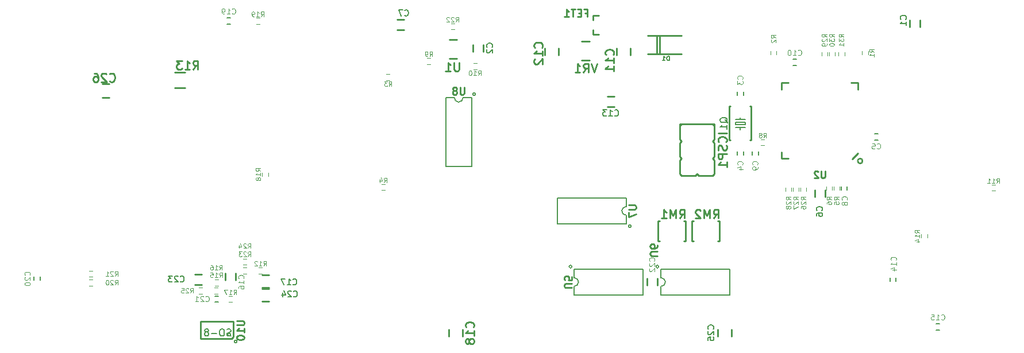
<source format=gbr>
G04 #@! TF.GenerationSoftware,KiCad,Pcbnew,6.0.0-rc1-unknown-ff6a348~66~ubuntu18.04.1*
G04 #@! TF.CreationDate,2018-12-07T10:28:44+02:00
G04 #@! TF.ProjectId,eduArdu_Rev_B,65647541-7264-4755-9f52-65765f422e6b,rev?*
G04 #@! TF.SameCoordinates,Original*
G04 #@! TF.FileFunction,Legend,Bot*
G04 #@! TF.FilePolarity,Positive*
%FSLAX46Y46*%
G04 Gerber Fmt 4.6, Leading zero omitted, Abs format (unit mm)*
G04 Created by KiCad (PCBNEW 6.0.0-rc1-unknown-ff6a348~66~ubuntu18.04.1) date  7.12.2018 (пт) 10:28:44 EET*
%MOMM*%
%LPD*%
G01*
G04 APERTURE LIST*
%ADD10C,0.254000*%
%ADD11C,0.100000*%
%ADD12C,0.127000*%
%ADD13C,0.150000*%
%ADD14C,0.203200*%
%ADD15C,0.158750*%
%ADD16C,0.250000*%
G04 APERTURE END LIST*
D10*
G04 #@! TO.C,C26*
X58608000Y-33784000D02*
X57592000Y-33784000D01*
X58608000Y-35816000D02*
X57592000Y-35816000D01*
G04 #@! TO.C,C17*
X82108000Y-61984000D02*
X81092000Y-61984000D01*
X82108000Y-64016000D02*
X81092000Y-64016000D01*
G04 #@! TO.C,C24*
X82108000Y-63784000D02*
X81092000Y-63784000D01*
X82108000Y-65816000D02*
X81092000Y-65816000D01*
G04 #@! TO.C,C25*
X150316000Y-71008000D02*
X150316000Y-69992000D01*
X148284000Y-71008000D02*
X148284000Y-69992000D01*
G04 #@! TO.C,C22*
X139362000Y-63508000D02*
X139362000Y-62492000D01*
X137838000Y-63508000D02*
X137838000Y-62492000D01*
G04 #@! TO.C,C16*
X77262000Y-62708000D02*
X77262000Y-61692000D01*
X75738000Y-62708000D02*
X75738000Y-61692000D01*
D11*
G04 #@! TO.C,R31*
X166944500Y-29146000D02*
X166944500Y-29654000D01*
X166055500Y-29654000D02*
X166055500Y-29146000D01*
G04 #@! TO.C,R30*
X165544500Y-29146000D02*
X165544500Y-29654000D01*
X164655500Y-29654000D02*
X164655500Y-29146000D01*
G04 #@! TO.C,R29*
X164444500Y-29146000D02*
X164444500Y-29654000D01*
X163555500Y-29654000D02*
X163555500Y-29146000D01*
G04 #@! TO.C,R28*
X158255500Y-49554000D02*
X158255500Y-49046000D01*
X159144500Y-49046000D02*
X159144500Y-49554000D01*
G04 #@! TO.C,R27*
X159355500Y-49554000D02*
X159355500Y-49046000D01*
X160244500Y-49046000D02*
X160244500Y-49554000D01*
G04 #@! TO.C,R26*
X160455500Y-49554000D02*
X160455500Y-49046000D01*
X161344500Y-49046000D02*
X161344500Y-49554000D01*
D10*
G04 #@! TO.C,C23*
X72208000Y-61838000D02*
X71192000Y-61838000D01*
X72208000Y-63362000D02*
X71192000Y-63362000D01*
D12*
G04 #@! TO.C,U10*
X76475566Y-70735000D02*
G75*
G03X76475566Y-70735000I-197566J0D01*
G01*
D10*
X76897760Y-68835080D02*
X72102240Y-68835080D01*
X76897760Y-71098220D02*
X76897760Y-68835080D01*
X76633600Y-71364920D02*
X76897760Y-71098220D01*
X72102240Y-71364920D02*
X76633600Y-71364920D01*
X72102240Y-68835080D02*
X72102240Y-71364920D01*
D12*
X77422986Y-71763700D02*
G75*
G03X77422986Y-71763700I-197566J0D01*
G01*
D11*
G04 #@! TO.C,R18*
X82044500Y-46846000D02*
X82044500Y-47354000D01*
X81155500Y-47354000D02*
X81155500Y-46846000D01*
G04 #@! TO.C,R17*
X76754000Y-65944500D02*
X76246000Y-65944500D01*
X76246000Y-65055500D02*
X76754000Y-65055500D01*
G04 #@! TO.C,R16*
X74646000Y-64744500D02*
X74138000Y-64744500D01*
X74138000Y-63855500D02*
X74646000Y-63855500D01*
G04 #@! TO.C,R15*
X74146000Y-62655500D02*
X74654000Y-62655500D01*
X74654000Y-63544500D02*
X74146000Y-63544500D01*
D10*
G04 #@! TO.C,VR1*
X128241200Y-30297000D02*
X129371500Y-30297000D01*
X128241200Y-27490300D02*
X129371500Y-27490300D01*
G04 #@! TO.C,U1*
X109858800Y-27203000D02*
X108728500Y-27203000D01*
X109858800Y-30009700D02*
X108728500Y-30009700D01*
D11*
G04 #@! TO.C,R25*
X72354000Y-64744500D02*
X71846000Y-64744500D01*
X71846000Y-63855500D02*
X72354000Y-63855500D01*
G04 #@! TO.C,R24*
X78854000Y-60444500D02*
X78346000Y-60444500D01*
X78346000Y-59555500D02*
X78854000Y-59555500D01*
G04 #@! TO.C,R23*
X78854000Y-61744500D02*
X78346000Y-61744500D01*
X78346000Y-60855500D02*
X78854000Y-60855500D01*
G04 #@! TO.C,R22*
X109454000Y-25744500D02*
X108946000Y-25744500D01*
X108946000Y-24855500D02*
X109454000Y-24855500D01*
G04 #@! TO.C,R21*
X56154000Y-62244500D02*
X55646000Y-62244500D01*
X55646000Y-61355500D02*
X56154000Y-61355500D01*
G04 #@! TO.C,R20*
X56162000Y-63544500D02*
X55654000Y-63544500D01*
X55654000Y-62655500D02*
X56162000Y-62655500D01*
G04 #@! TO.C,R19*
X80754000Y-24944500D02*
X80246000Y-24944500D01*
X80246000Y-24055500D02*
X80754000Y-24055500D01*
G04 #@! TO.C,R14*
X179144500Y-55946000D02*
X179144500Y-56454000D01*
X178255500Y-56454000D02*
X178255500Y-55946000D01*
D10*
G04 #@! TO.C,R13*
X68238000Y-32057000D02*
X69762000Y-32057000D01*
X68238000Y-34343000D02*
X69762000Y-34343000D01*
D11*
G04 #@! TO.C,R12*
X80646000Y-60855500D02*
X81154000Y-60855500D01*
X81154000Y-61744500D02*
X80646000Y-61744500D01*
G04 #@! TO.C,R11*
X189154000Y-49544500D02*
X188646000Y-49544500D01*
X188646000Y-48655500D02*
X189154000Y-48655500D01*
G04 #@! TO.C,R10*
X112754000Y-31644500D02*
X112246000Y-31644500D01*
X112246000Y-30755500D02*
X112754000Y-30755500D01*
G04 #@! TO.C,R9*
X105954000Y-30844500D02*
X105446000Y-30844500D01*
X105446000Y-29955500D02*
X105954000Y-29955500D01*
G04 #@! TO.C,R8*
X155154000Y-42844500D02*
X154646000Y-42844500D01*
X154646000Y-41955500D02*
X155154000Y-41955500D01*
G04 #@! TO.C,R6*
X165144500Y-48946000D02*
X165144500Y-49454000D01*
X164255500Y-49454000D02*
X164255500Y-48946000D01*
G04 #@! TO.C,R5*
X166244500Y-48946000D02*
X166244500Y-49454000D01*
X165355500Y-49454000D02*
X165355500Y-48946000D01*
G04 #@! TO.C,R4*
X99254000Y-49444500D02*
X98746000Y-49444500D01*
X98746000Y-48555500D02*
X99254000Y-48555500D01*
G04 #@! TO.C,R3*
X99446000Y-32355500D02*
X99954000Y-32355500D01*
X99954000Y-33244500D02*
X99446000Y-33244500D01*
G04 #@! TO.C,R2*
X156055500Y-29454000D02*
X156055500Y-28946000D01*
X156944500Y-28946000D02*
X156944500Y-29454000D01*
G04 #@! TO.C,R1*
X169555500Y-29454000D02*
X169555500Y-28946000D01*
X170444500Y-28946000D02*
X170444500Y-29454000D01*
D10*
G04 #@! TO.C,FET1*
X129865000Y-24388800D02*
X129865000Y-23677600D01*
X130703200Y-23677600D02*
X129865000Y-23677600D01*
X130703200Y-26522400D02*
X129865000Y-26522400D01*
X129865000Y-26522400D02*
X129865000Y-25811200D01*
G04 #@! TO.C,D1*
X139710000Y-29350000D02*
X139710000Y-26650000D01*
X142900000Y-29350000D02*
X137900000Y-29350000D01*
X139270000Y-29350000D02*
X139270000Y-26650000D01*
X137900000Y-26650000D02*
X142900000Y-26650000D01*
D13*
G04 #@! TO.C,C21*
X74400000Y-65055500D02*
X74146000Y-65055500D01*
X74400000Y-65055500D02*
X74654000Y-65055500D01*
X74400000Y-65944500D02*
X74654000Y-65944500D01*
X74400000Y-65944500D02*
X74146000Y-65944500D01*
G04 #@! TO.C,C20*
X48444500Y-62500000D02*
X48444500Y-62246000D01*
X48444500Y-62500000D02*
X48444500Y-62754000D01*
X47555500Y-62500000D02*
X47555500Y-62754000D01*
X47555500Y-62500000D02*
X47555500Y-62246000D01*
G04 #@! TO.C,C19*
X76200000Y-24944500D02*
X76454000Y-24944500D01*
X76200000Y-24944500D02*
X75946000Y-24944500D01*
X76200000Y-24055500D02*
X75946000Y-24055500D01*
X76200000Y-24055500D02*
X76454000Y-24055500D01*
D10*
G04 #@! TO.C,C18*
X108684000Y-69992000D02*
X108684000Y-71008000D01*
X110716000Y-69992000D02*
X110716000Y-71008000D01*
D13*
G04 #@! TO.C,C15*
X180700000Y-70044500D02*
X180954000Y-70044500D01*
X180700000Y-70044500D02*
X180446000Y-70044500D01*
X180700000Y-69155500D02*
X180446000Y-69155500D01*
X180700000Y-69155500D02*
X180954000Y-69155500D01*
G04 #@! TO.C,C14*
X174544500Y-62600000D02*
X174544500Y-62346000D01*
X174544500Y-62600000D02*
X174544500Y-62854000D01*
X173655500Y-62600000D02*
X173655500Y-62854000D01*
X173655500Y-62600000D02*
X173655500Y-62346000D01*
D10*
G04 #@! TO.C,C13*
X133008000Y-35638000D02*
X131992000Y-35638000D01*
X133008000Y-37162000D02*
X131992000Y-37162000D01*
G04 #@! TO.C,C12*
X122784000Y-28492000D02*
X122784000Y-29508000D01*
X124816000Y-28492000D02*
X124816000Y-29508000D01*
G04 #@! TO.C,C11*
X133384000Y-28492000D02*
X133384000Y-29508000D01*
X135416000Y-28492000D02*
X135416000Y-29508000D01*
D13*
G04 #@! TO.C,C10*
X159600000Y-31044500D02*
X159854000Y-31044500D01*
X159600000Y-31044500D02*
X159346000Y-31044500D01*
X159600000Y-30155500D02*
X159346000Y-30155500D01*
X159600000Y-30155500D02*
X159854000Y-30155500D01*
G04 #@! TO.C,C9*
X154244500Y-44000000D02*
X154244500Y-43746000D01*
X154244500Y-44000000D02*
X154244500Y-44254000D01*
X153355500Y-44000000D02*
X153355500Y-44254000D01*
X153355500Y-44000000D02*
X153355500Y-43746000D01*
G04 #@! TO.C,C8*
X167344500Y-49200000D02*
X167344500Y-48946000D01*
X167344500Y-49200000D02*
X167344500Y-49454000D01*
X166455500Y-49200000D02*
X166455500Y-49454000D01*
X166455500Y-49200000D02*
X166455500Y-48946000D01*
D10*
G04 #@! TO.C,C7*
X102008000Y-24238000D02*
X100992000Y-24238000D01*
X102008000Y-25762000D02*
X100992000Y-25762000D01*
G04 #@! TO.C,C6*
X162538000Y-49392000D02*
X162538000Y-50408000D01*
X164062000Y-49392000D02*
X164062000Y-50408000D01*
D13*
G04 #@! TO.C,C5*
X171600000Y-41155500D02*
X171346000Y-41155500D01*
X171600000Y-41155500D02*
X171854000Y-41155500D01*
X171600000Y-42044500D02*
X171854000Y-42044500D01*
X171600000Y-42044500D02*
X171346000Y-42044500D01*
G04 #@! TO.C,C4*
X151155500Y-44000000D02*
X151155500Y-44254000D01*
X151155500Y-44000000D02*
X151155500Y-43746000D01*
X152044500Y-44000000D02*
X152044500Y-43746000D01*
X152044500Y-44000000D02*
X152044500Y-44254000D01*
G04 #@! TO.C,C3*
X152044500Y-35200000D02*
X152044500Y-34946000D01*
X152044500Y-35200000D02*
X152044500Y-35454000D01*
X151155500Y-35200000D02*
X151155500Y-35454000D01*
X151155500Y-35200000D02*
X151155500Y-34946000D01*
D10*
G04 #@! TO.C,C2*
X112238000Y-27992000D02*
X112238000Y-29008000D01*
X113762000Y-27992000D02*
X113762000Y-29008000D01*
G04 #@! TO.C,C1*
X176538000Y-24392000D02*
X176538000Y-25408000D01*
X178062000Y-24392000D02*
X178062000Y-25408000D01*
G04 #@! TO.C,RM2*
X148493900Y-54026800D02*
X148493900Y-56973200D01*
X148481200Y-54026800D02*
X148303400Y-54026800D01*
X148506600Y-56973200D02*
X148290700Y-56973200D01*
X144683900Y-54026800D02*
X144493400Y-54026800D01*
X144493400Y-54026800D02*
X144493400Y-56973200D01*
X144493400Y-56973200D02*
X144709300Y-56973200D01*
G04 #@! TO.C,RM1*
X143493900Y-54026800D02*
X143493900Y-56973200D01*
X143481200Y-54026800D02*
X143303400Y-54026800D01*
X143506600Y-56973200D02*
X143290700Y-56973200D01*
X139683900Y-54026800D02*
X139493400Y-54026800D01*
X139493400Y-54026800D02*
X139493400Y-56973200D01*
X139493400Y-56973200D02*
X139709300Y-56973200D01*
D12*
G04 #@! TO.C,U7*
X135518586Y-54773300D02*
G75*
G03X135518586Y-54773300I-197566J0D01*
G01*
D13*
X134780000Y-54405000D02*
X134780000Y-53135000D01*
X124620000Y-54405000D02*
X134780000Y-54405000D01*
X124620000Y-50595000D02*
X124620000Y-54405000D01*
X134780000Y-50595000D02*
X124620000Y-50595000D01*
X134780000Y-51865000D02*
X134780000Y-50595000D01*
X134780000Y-53135000D02*
G75*
G02X134145000Y-52500000I0J635000D01*
G01*
X134145000Y-52500000D02*
G75*
G02X134780000Y-51865000I635000J0D01*
G01*
D12*
G04 #@! TO.C,U5*
X126776546Y-60726700D02*
G75*
G03X126776546Y-60726700I-197566J0D01*
G01*
D13*
X127120000Y-61095000D02*
X127120000Y-62365000D01*
X137280000Y-61095000D02*
X127120000Y-61095000D01*
X137280000Y-64905000D02*
X137280000Y-61095000D01*
X127120000Y-64905000D02*
X137280000Y-64905000D01*
X127120000Y-63635000D02*
X127120000Y-64905000D01*
X127120000Y-62365000D02*
G75*
G02X127755000Y-63000000I0J-635000D01*
G01*
X127755000Y-63000000D02*
G75*
G02X127120000Y-63635000I-635000J0D01*
G01*
D12*
G04 #@! TO.C,U6*
X139576546Y-60726700D02*
G75*
G03X139576546Y-60726700I-197566J0D01*
G01*
D13*
X139920000Y-61095000D02*
X139920000Y-62365000D01*
X150080000Y-61095000D02*
X139920000Y-61095000D01*
X150080000Y-64905000D02*
X150080000Y-61095000D01*
X139920000Y-64905000D02*
X150080000Y-64905000D01*
X139920000Y-63635000D02*
X139920000Y-64905000D01*
X139920000Y-62365000D02*
G75*
G02X140555000Y-63000000I0J-635000D01*
G01*
X140555000Y-63000000D02*
G75*
G02X139920000Y-63635000I-635000J0D01*
G01*
D12*
G04 #@! TO.C,U8*
X112570866Y-35278980D02*
G75*
G03X112570866Y-35278980I-197566J0D01*
G01*
D13*
X112005000Y-35820000D02*
X110735000Y-35820000D01*
X112005000Y-45980000D02*
X112005000Y-35820000D01*
X108195000Y-45980000D02*
X112005000Y-45980000D01*
X108195000Y-35820000D02*
X108195000Y-45980000D01*
X109465000Y-35820000D02*
X108195000Y-35820000D01*
X110735000Y-35820000D02*
G75*
G02X110100000Y-36455000I-635000J0D01*
G01*
X110100000Y-36455000D02*
G75*
G02X109465000Y-35820000I0J635000D01*
G01*
D10*
G04 #@! TO.C,U2*
X169603553Y-45150000D02*
G75*
G03X169603553Y-45150000I-353553J0D01*
G01*
X168900000Y-34600000D02*
X168900000Y-33600000D01*
X168900000Y-33600000D02*
X167900000Y-33600000D01*
X158700000Y-33600000D02*
X157700000Y-33600000D01*
X157700000Y-33600000D02*
X157700000Y-34600000D01*
X157700000Y-43800000D02*
X157700000Y-44800000D01*
X157700000Y-44800000D02*
X158700000Y-44800000D01*
X168900000Y-44000000D02*
X168100000Y-44860000D01*
D14*
G04 #@! TO.C,Q1*
X151600000Y-40174040D02*
X152298500Y-40174040D01*
X150901500Y-40174040D02*
X151600000Y-40174040D01*
X151600000Y-39025960D02*
X152298500Y-39025960D01*
X150901500Y-39025960D02*
X151600000Y-39025960D01*
X151600000Y-40174040D02*
X151600000Y-40499160D01*
X151600000Y-39025960D02*
X151600000Y-38726240D01*
X150901500Y-39798120D02*
X150901500Y-39401880D01*
X152298500Y-39798120D02*
X150901500Y-39798120D01*
X152298500Y-39401880D02*
X152298500Y-39798120D01*
X150901500Y-39401880D02*
X152298500Y-39401880D01*
D10*
X153047800Y-37100640D02*
X153197660Y-37100640D01*
X150002340Y-37100640D02*
X150152200Y-37100640D01*
X150002340Y-42099360D02*
X150002340Y-37100640D01*
X150152200Y-42099360D02*
X150002340Y-42099360D01*
X153197660Y-42099360D02*
X153047800Y-42099360D01*
X153197660Y-37100640D02*
X153197660Y-42099360D01*
G04 #@! TO.C,ICSP1*
X144946000Y-47310000D02*
X145200000Y-47056000D01*
X142914000Y-47310000D02*
X144946000Y-47310000D01*
X142660000Y-47056000D02*
X142914000Y-47310000D01*
X142660000Y-45024000D02*
X142660000Y-47056000D01*
X142914000Y-44770000D02*
X142660000Y-45024000D01*
X142660000Y-41976000D02*
X142914000Y-42230000D01*
X142660000Y-39944000D02*
X142660000Y-41976000D01*
X142914000Y-42230000D02*
X142660000Y-42484000D01*
X142660000Y-42484000D02*
X142660000Y-44516000D01*
X142660000Y-44516000D02*
X142914000Y-44770000D01*
X142660000Y-39690000D02*
X145200000Y-39690000D01*
X142914000Y-39690000D02*
X142660000Y-39944000D01*
X142660000Y-39690000D02*
X142660000Y-39944000D01*
X145200000Y-39690000D02*
X147740000Y-39690000D01*
X147486000Y-44770000D02*
X147740000Y-45024000D01*
X147740000Y-44516000D02*
X147486000Y-44770000D01*
X147740000Y-41976000D02*
X147740000Y-40198000D01*
X147486000Y-42230000D02*
X147740000Y-41976000D01*
X147740000Y-42484000D02*
X147486000Y-42230000D01*
X147740000Y-44516000D02*
X147740000Y-42484000D01*
X147740000Y-40198000D02*
X147740000Y-39690000D01*
X147740000Y-39944000D02*
X147486000Y-39690000D01*
X147740000Y-47056000D02*
X147740000Y-45024000D01*
X147486000Y-47310000D02*
X147740000Y-47056000D01*
X145454000Y-47310000D02*
X147486000Y-47310000D01*
X145200000Y-47056000D02*
X145454000Y-47310000D01*
G04 #@! TO.C,C26*
X58666428Y-33348571D02*
X58726904Y-33409047D01*
X58908333Y-33469523D01*
X59029285Y-33469523D01*
X59210714Y-33409047D01*
X59331666Y-33288095D01*
X59392142Y-33167142D01*
X59452619Y-32925238D01*
X59452619Y-32743809D01*
X59392142Y-32501904D01*
X59331666Y-32380952D01*
X59210714Y-32260000D01*
X59029285Y-32199523D01*
X58908333Y-32199523D01*
X58726904Y-32260000D01*
X58666428Y-32320476D01*
X58182619Y-32320476D02*
X58122142Y-32260000D01*
X58001190Y-32199523D01*
X57698809Y-32199523D01*
X57577857Y-32260000D01*
X57517380Y-32320476D01*
X57456904Y-32441428D01*
X57456904Y-32562380D01*
X57517380Y-32743809D01*
X58243095Y-33469523D01*
X57456904Y-33469523D01*
X56368333Y-32199523D02*
X56610238Y-32199523D01*
X56731190Y-32260000D01*
X56791666Y-32320476D01*
X56912619Y-32501904D01*
X56973095Y-32743809D01*
X56973095Y-33227619D01*
X56912619Y-33348571D01*
X56852142Y-33409047D01*
X56731190Y-33469523D01*
X56489285Y-33469523D01*
X56368333Y-33409047D01*
X56307857Y-33348571D01*
X56247380Y-33227619D01*
X56247380Y-32925238D01*
X56307857Y-32804285D01*
X56368333Y-32743809D01*
X56489285Y-32683333D01*
X56731190Y-32683333D01*
X56852142Y-32743809D01*
X56912619Y-32804285D01*
X56973095Y-32925238D01*
G04 #@! TO.C,C17*
D13*
X85678571Y-63321428D02*
X85721428Y-63364285D01*
X85850000Y-63407142D01*
X85935714Y-63407142D01*
X86064285Y-63364285D01*
X86150000Y-63278571D01*
X86192857Y-63192857D01*
X86235714Y-63021428D01*
X86235714Y-62892857D01*
X86192857Y-62721428D01*
X86150000Y-62635714D01*
X86064285Y-62550000D01*
X85935714Y-62507142D01*
X85850000Y-62507142D01*
X85721428Y-62550000D01*
X85678571Y-62592857D01*
X84821428Y-63407142D02*
X85335714Y-63407142D01*
X85078571Y-63407142D02*
X85078571Y-62507142D01*
X85164285Y-62635714D01*
X85250000Y-62721428D01*
X85335714Y-62764285D01*
X84521428Y-62507142D02*
X83921428Y-62507142D01*
X84307142Y-63407142D01*
G04 #@! TO.C,C24*
X85778571Y-65121428D02*
X85821428Y-65164285D01*
X85950000Y-65207142D01*
X86035714Y-65207142D01*
X86164285Y-65164285D01*
X86250000Y-65078571D01*
X86292857Y-64992857D01*
X86335714Y-64821428D01*
X86335714Y-64692857D01*
X86292857Y-64521428D01*
X86250000Y-64435714D01*
X86164285Y-64350000D01*
X86035714Y-64307142D01*
X85950000Y-64307142D01*
X85821428Y-64350000D01*
X85778571Y-64392857D01*
X85435714Y-64392857D02*
X85392857Y-64350000D01*
X85307142Y-64307142D01*
X85092857Y-64307142D01*
X85007142Y-64350000D01*
X84964285Y-64392857D01*
X84921428Y-64478571D01*
X84921428Y-64564285D01*
X84964285Y-64692857D01*
X85478571Y-65207142D01*
X84921428Y-65207142D01*
X84150000Y-64607142D02*
X84150000Y-65207142D01*
X84364285Y-64264285D02*
X84578571Y-64907142D01*
X84021428Y-64907142D01*
G04 #@! TO.C,C25*
X147621428Y-69921428D02*
X147664285Y-69878571D01*
X147707142Y-69750000D01*
X147707142Y-69664285D01*
X147664285Y-69535714D01*
X147578571Y-69450000D01*
X147492857Y-69407142D01*
X147321428Y-69364285D01*
X147192857Y-69364285D01*
X147021428Y-69407142D01*
X146935714Y-69450000D01*
X146850000Y-69535714D01*
X146807142Y-69664285D01*
X146807142Y-69750000D01*
X146850000Y-69878571D01*
X146892857Y-69921428D01*
X146892857Y-70264285D02*
X146850000Y-70307142D01*
X146807142Y-70392857D01*
X146807142Y-70607142D01*
X146850000Y-70692857D01*
X146892857Y-70735714D01*
X146978571Y-70778571D01*
X147064285Y-70778571D01*
X147192857Y-70735714D01*
X147707142Y-70221428D01*
X147707142Y-70778571D01*
X146807142Y-71592857D02*
X146807142Y-71164285D01*
X147235714Y-71121428D01*
X147192857Y-71164285D01*
X147150000Y-71250000D01*
X147150000Y-71464285D01*
X147192857Y-71550000D01*
X147235714Y-71592857D01*
X147321428Y-71635714D01*
X147535714Y-71635714D01*
X147621428Y-71592857D01*
X147664285Y-71550000D01*
X147707142Y-71464285D01*
X147707142Y-71250000D01*
X147664285Y-71164285D01*
X147621428Y-71121428D01*
G04 #@! TO.C,C22*
D11*
X138885714Y-59885714D02*
X138923809Y-59847619D01*
X138961904Y-59733333D01*
X138961904Y-59657142D01*
X138923809Y-59542857D01*
X138847619Y-59466666D01*
X138771428Y-59428571D01*
X138619047Y-59390476D01*
X138504761Y-59390476D01*
X138352380Y-59428571D01*
X138276190Y-59466666D01*
X138200000Y-59542857D01*
X138161904Y-59657142D01*
X138161904Y-59733333D01*
X138200000Y-59847619D01*
X138238095Y-59885714D01*
X138238095Y-60190476D02*
X138200000Y-60228571D01*
X138161904Y-60304761D01*
X138161904Y-60495238D01*
X138200000Y-60571428D01*
X138238095Y-60609523D01*
X138314285Y-60647619D01*
X138390476Y-60647619D01*
X138504761Y-60609523D01*
X138961904Y-60152380D01*
X138961904Y-60647619D01*
X138238095Y-60952380D02*
X138200000Y-60990476D01*
X138161904Y-61066666D01*
X138161904Y-61257142D01*
X138200000Y-61333333D01*
X138238095Y-61371428D01*
X138314285Y-61409523D01*
X138390476Y-61409523D01*
X138504761Y-61371428D01*
X138961904Y-60914285D01*
X138961904Y-61409523D01*
G04 #@! TO.C,C16*
X78385714Y-62485714D02*
X78423809Y-62447619D01*
X78461904Y-62333333D01*
X78461904Y-62257142D01*
X78423809Y-62142857D01*
X78347619Y-62066666D01*
X78271428Y-62028571D01*
X78119047Y-61990476D01*
X78004761Y-61990476D01*
X77852380Y-62028571D01*
X77776190Y-62066666D01*
X77700000Y-62142857D01*
X77661904Y-62257142D01*
X77661904Y-62333333D01*
X77700000Y-62447619D01*
X77738095Y-62485714D01*
X78461904Y-63247619D02*
X78461904Y-62790476D01*
X78461904Y-63019047D02*
X77661904Y-63019047D01*
X77776190Y-62942857D01*
X77852380Y-62866666D01*
X77890476Y-62790476D01*
X77661904Y-63933333D02*
X77661904Y-63780952D01*
X77700000Y-63704761D01*
X77738095Y-63666666D01*
X77852380Y-63590476D01*
X78004761Y-63552380D01*
X78309523Y-63552380D01*
X78385714Y-63590476D01*
X78423809Y-63628571D01*
X78461904Y-63704761D01*
X78461904Y-63857142D01*
X78423809Y-63933333D01*
X78385714Y-63971428D01*
X78309523Y-64009523D01*
X78119047Y-64009523D01*
X78042857Y-63971428D01*
X78004761Y-63933333D01*
X77966666Y-63857142D01*
X77966666Y-63704761D01*
X78004761Y-63628571D01*
X78042857Y-63590476D01*
X78119047Y-63552380D01*
G04 #@! TO.C,R31*
X166816666Y-26850000D02*
X166483333Y-26616666D01*
X166816666Y-26450000D02*
X166116666Y-26450000D01*
X166116666Y-26716666D01*
X166150000Y-26783333D01*
X166183333Y-26816666D01*
X166250000Y-26850000D01*
X166350000Y-26850000D01*
X166416666Y-26816666D01*
X166450000Y-26783333D01*
X166483333Y-26716666D01*
X166483333Y-26450000D01*
X166116666Y-27083333D02*
X166116666Y-27516666D01*
X166383333Y-27283333D01*
X166383333Y-27383333D01*
X166416666Y-27450000D01*
X166450000Y-27483333D01*
X166516666Y-27516666D01*
X166683333Y-27516666D01*
X166750000Y-27483333D01*
X166783333Y-27450000D01*
X166816666Y-27383333D01*
X166816666Y-27183333D01*
X166783333Y-27116666D01*
X166750000Y-27083333D01*
X166816666Y-28183333D02*
X166816666Y-27783333D01*
X166816666Y-27983333D02*
X166116666Y-27983333D01*
X166216666Y-27916666D01*
X166283333Y-27850000D01*
X166316666Y-27783333D01*
G04 #@! TO.C,R30*
X165416666Y-26850000D02*
X165083333Y-26616666D01*
X165416666Y-26450000D02*
X164716666Y-26450000D01*
X164716666Y-26716666D01*
X164750000Y-26783333D01*
X164783333Y-26816666D01*
X164850000Y-26850000D01*
X164950000Y-26850000D01*
X165016666Y-26816666D01*
X165050000Y-26783333D01*
X165083333Y-26716666D01*
X165083333Y-26450000D01*
X164716666Y-27083333D02*
X164716666Y-27516666D01*
X164983333Y-27283333D01*
X164983333Y-27383333D01*
X165016666Y-27450000D01*
X165050000Y-27483333D01*
X165116666Y-27516666D01*
X165283333Y-27516666D01*
X165350000Y-27483333D01*
X165383333Y-27450000D01*
X165416666Y-27383333D01*
X165416666Y-27183333D01*
X165383333Y-27116666D01*
X165350000Y-27083333D01*
X164716666Y-27950000D02*
X164716666Y-28016666D01*
X164750000Y-28083333D01*
X164783333Y-28116666D01*
X164850000Y-28150000D01*
X164983333Y-28183333D01*
X165150000Y-28183333D01*
X165283333Y-28150000D01*
X165350000Y-28116666D01*
X165383333Y-28083333D01*
X165416666Y-28016666D01*
X165416666Y-27950000D01*
X165383333Y-27883333D01*
X165350000Y-27850000D01*
X165283333Y-27816666D01*
X165150000Y-27783333D01*
X164983333Y-27783333D01*
X164850000Y-27816666D01*
X164783333Y-27850000D01*
X164750000Y-27883333D01*
X164716666Y-27950000D01*
G04 #@! TO.C,R29*
X164316666Y-26850000D02*
X163983333Y-26616666D01*
X164316666Y-26450000D02*
X163616666Y-26450000D01*
X163616666Y-26716666D01*
X163650000Y-26783333D01*
X163683333Y-26816666D01*
X163750000Y-26850000D01*
X163850000Y-26850000D01*
X163916666Y-26816666D01*
X163950000Y-26783333D01*
X163983333Y-26716666D01*
X163983333Y-26450000D01*
X163683333Y-27116666D02*
X163650000Y-27150000D01*
X163616666Y-27216666D01*
X163616666Y-27383333D01*
X163650000Y-27450000D01*
X163683333Y-27483333D01*
X163750000Y-27516666D01*
X163816666Y-27516666D01*
X163916666Y-27483333D01*
X164316666Y-27083333D01*
X164316666Y-27516666D01*
X164316666Y-27850000D02*
X164316666Y-27983333D01*
X164283333Y-28050000D01*
X164250000Y-28083333D01*
X164150000Y-28150000D01*
X164016666Y-28183333D01*
X163750000Y-28183333D01*
X163683333Y-28150000D01*
X163650000Y-28116666D01*
X163616666Y-28050000D01*
X163616666Y-27916666D01*
X163650000Y-27850000D01*
X163683333Y-27816666D01*
X163750000Y-27783333D01*
X163916666Y-27783333D01*
X163983333Y-27816666D01*
X164016666Y-27850000D01*
X164050000Y-27916666D01*
X164050000Y-28050000D01*
X164016666Y-28116666D01*
X163983333Y-28150000D01*
X163916666Y-28183333D01*
G04 #@! TO.C,R28*
X159016666Y-50850000D02*
X158683333Y-50616666D01*
X159016666Y-50450000D02*
X158316666Y-50450000D01*
X158316666Y-50716666D01*
X158350000Y-50783333D01*
X158383333Y-50816666D01*
X158450000Y-50850000D01*
X158550000Y-50850000D01*
X158616666Y-50816666D01*
X158650000Y-50783333D01*
X158683333Y-50716666D01*
X158683333Y-50450000D01*
X158383333Y-51116666D02*
X158350000Y-51150000D01*
X158316666Y-51216666D01*
X158316666Y-51383333D01*
X158350000Y-51450000D01*
X158383333Y-51483333D01*
X158450000Y-51516666D01*
X158516666Y-51516666D01*
X158616666Y-51483333D01*
X159016666Y-51083333D01*
X159016666Y-51516666D01*
X158616666Y-51916666D02*
X158583333Y-51850000D01*
X158550000Y-51816666D01*
X158483333Y-51783333D01*
X158450000Y-51783333D01*
X158383333Y-51816666D01*
X158350000Y-51850000D01*
X158316666Y-51916666D01*
X158316666Y-52050000D01*
X158350000Y-52116666D01*
X158383333Y-52150000D01*
X158450000Y-52183333D01*
X158483333Y-52183333D01*
X158550000Y-52150000D01*
X158583333Y-52116666D01*
X158616666Y-52050000D01*
X158616666Y-51916666D01*
X158650000Y-51850000D01*
X158683333Y-51816666D01*
X158750000Y-51783333D01*
X158883333Y-51783333D01*
X158950000Y-51816666D01*
X158983333Y-51850000D01*
X159016666Y-51916666D01*
X159016666Y-52050000D01*
X158983333Y-52116666D01*
X158950000Y-52150000D01*
X158883333Y-52183333D01*
X158750000Y-52183333D01*
X158683333Y-52150000D01*
X158650000Y-52116666D01*
X158616666Y-52050000D01*
G04 #@! TO.C,R27*
X160116666Y-50850000D02*
X159783333Y-50616666D01*
X160116666Y-50450000D02*
X159416666Y-50450000D01*
X159416666Y-50716666D01*
X159450000Y-50783333D01*
X159483333Y-50816666D01*
X159550000Y-50850000D01*
X159650000Y-50850000D01*
X159716666Y-50816666D01*
X159750000Y-50783333D01*
X159783333Y-50716666D01*
X159783333Y-50450000D01*
X159483333Y-51116666D02*
X159450000Y-51150000D01*
X159416666Y-51216666D01*
X159416666Y-51383333D01*
X159450000Y-51450000D01*
X159483333Y-51483333D01*
X159550000Y-51516666D01*
X159616666Y-51516666D01*
X159716666Y-51483333D01*
X160116666Y-51083333D01*
X160116666Y-51516666D01*
X159416666Y-51750000D02*
X159416666Y-52216666D01*
X160116666Y-51916666D01*
G04 #@! TO.C,R26*
X161216666Y-50850000D02*
X160883333Y-50616666D01*
X161216666Y-50450000D02*
X160516666Y-50450000D01*
X160516666Y-50716666D01*
X160550000Y-50783333D01*
X160583333Y-50816666D01*
X160650000Y-50850000D01*
X160750000Y-50850000D01*
X160816666Y-50816666D01*
X160850000Y-50783333D01*
X160883333Y-50716666D01*
X160883333Y-50450000D01*
X160583333Y-51116666D02*
X160550000Y-51150000D01*
X160516666Y-51216666D01*
X160516666Y-51383333D01*
X160550000Y-51450000D01*
X160583333Y-51483333D01*
X160650000Y-51516666D01*
X160716666Y-51516666D01*
X160816666Y-51483333D01*
X161216666Y-51083333D01*
X161216666Y-51516666D01*
X160516666Y-52116666D02*
X160516666Y-51983333D01*
X160550000Y-51916666D01*
X160583333Y-51883333D01*
X160683333Y-51816666D01*
X160816666Y-51783333D01*
X161083333Y-51783333D01*
X161150000Y-51816666D01*
X161183333Y-51850000D01*
X161216666Y-51916666D01*
X161216666Y-52050000D01*
X161183333Y-52116666D01*
X161150000Y-52150000D01*
X161083333Y-52183333D01*
X160916666Y-52183333D01*
X160850000Y-52150000D01*
X160816666Y-52116666D01*
X160783333Y-52050000D01*
X160783333Y-51916666D01*
X160816666Y-51850000D01*
X160850000Y-51816666D01*
X160916666Y-51783333D01*
G04 #@! TO.C,C23*
D13*
X69078571Y-62921428D02*
X69121428Y-62964285D01*
X69250000Y-63007142D01*
X69335714Y-63007142D01*
X69464285Y-62964285D01*
X69550000Y-62878571D01*
X69592857Y-62792857D01*
X69635714Y-62621428D01*
X69635714Y-62492857D01*
X69592857Y-62321428D01*
X69550000Y-62235714D01*
X69464285Y-62150000D01*
X69335714Y-62107142D01*
X69250000Y-62107142D01*
X69121428Y-62150000D01*
X69078571Y-62192857D01*
X68735714Y-62192857D02*
X68692857Y-62150000D01*
X68607142Y-62107142D01*
X68392857Y-62107142D01*
X68307142Y-62150000D01*
X68264285Y-62192857D01*
X68221428Y-62278571D01*
X68221428Y-62364285D01*
X68264285Y-62492857D01*
X68778571Y-63007142D01*
X68221428Y-63007142D01*
X67921428Y-62107142D02*
X67364285Y-62107142D01*
X67664285Y-62450000D01*
X67535714Y-62450000D01*
X67450000Y-62492857D01*
X67407142Y-62535714D01*
X67364285Y-62621428D01*
X67364285Y-62835714D01*
X67407142Y-62921428D01*
X67450000Y-62964285D01*
X67535714Y-63007142D01*
X67792857Y-63007142D01*
X67878571Y-62964285D01*
X67921428Y-62921428D01*
G04 #@! TO.C,U10*
D10*
X77387579Y-68730475D02*
X78278055Y-68730475D01*
X78382817Y-68782856D01*
X78435198Y-68835237D01*
X78487579Y-68939999D01*
X78487579Y-69149522D01*
X78435198Y-69254284D01*
X78382817Y-69306665D01*
X78278055Y-69359046D01*
X77387579Y-69359046D01*
X78487579Y-70459046D02*
X78487579Y-69830475D01*
X78487579Y-70144760D02*
X77387579Y-70144760D01*
X77544721Y-70039999D01*
X77649483Y-69935237D01*
X77701864Y-69830475D01*
X77387579Y-71139999D02*
X77387579Y-71244760D01*
X77439960Y-71349522D01*
X77492340Y-71401903D01*
X77597102Y-71454284D01*
X77806626Y-71506665D01*
X78068531Y-71506665D01*
X78278055Y-71454284D01*
X78382817Y-71401903D01*
X78435198Y-71349522D01*
X78487579Y-71244760D01*
X78487579Y-71139999D01*
X78435198Y-71035237D01*
X78382817Y-70982856D01*
X78278055Y-70930475D01*
X78068531Y-70878094D01*
X77806626Y-70878094D01*
X77597102Y-70930475D01*
X77492340Y-70982856D01*
X77439960Y-71035237D01*
X77387579Y-71139999D01*
D14*
X76535238Y-70911238D02*
X76390095Y-70959619D01*
X76148190Y-70959619D01*
X76051428Y-70911238D01*
X76003047Y-70862857D01*
X75954666Y-70766095D01*
X75954666Y-70669333D01*
X76003047Y-70572571D01*
X76051428Y-70524190D01*
X76148190Y-70475809D01*
X76341714Y-70427428D01*
X76438476Y-70379047D01*
X76486857Y-70330666D01*
X76535238Y-70233904D01*
X76535238Y-70137142D01*
X76486857Y-70040380D01*
X76438476Y-69992000D01*
X76341714Y-69943619D01*
X76099809Y-69943619D01*
X75954666Y-69992000D01*
X75325714Y-69943619D02*
X75132190Y-69943619D01*
X75035428Y-69992000D01*
X74938666Y-70088761D01*
X74890285Y-70282285D01*
X74890285Y-70620952D01*
X74938666Y-70814476D01*
X75035428Y-70911238D01*
X75132190Y-70959619D01*
X75325714Y-70959619D01*
X75422476Y-70911238D01*
X75519238Y-70814476D01*
X75567619Y-70620952D01*
X75567619Y-70282285D01*
X75519238Y-70088761D01*
X75422476Y-69992000D01*
X75325714Y-69943619D01*
X74454857Y-70572571D02*
X73680761Y-70572571D01*
X73051809Y-70379047D02*
X73148571Y-70330666D01*
X73196952Y-70282285D01*
X73245333Y-70185523D01*
X73245333Y-70137142D01*
X73196952Y-70040380D01*
X73148571Y-69992000D01*
X73051809Y-69943619D01*
X72858285Y-69943619D01*
X72761523Y-69992000D01*
X72713142Y-70040380D01*
X72664761Y-70137142D01*
X72664761Y-70185523D01*
X72713142Y-70282285D01*
X72761523Y-70330666D01*
X72858285Y-70379047D01*
X73051809Y-70379047D01*
X73148571Y-70427428D01*
X73196952Y-70475809D01*
X73245333Y-70572571D01*
X73245333Y-70766095D01*
X73196952Y-70862857D01*
X73148571Y-70911238D01*
X73051809Y-70959619D01*
X72858285Y-70959619D01*
X72761523Y-70911238D01*
X72713142Y-70862857D01*
X72664761Y-70766095D01*
X72664761Y-70572571D01*
X72713142Y-70475809D01*
X72761523Y-70427428D01*
X72858285Y-70379047D01*
G04 #@! TO.C,R18*
D11*
X80916666Y-46650000D02*
X80583333Y-46416666D01*
X80916666Y-46250000D02*
X80216666Y-46250000D01*
X80216666Y-46516666D01*
X80250000Y-46583333D01*
X80283333Y-46616666D01*
X80350000Y-46650000D01*
X80450000Y-46650000D01*
X80516666Y-46616666D01*
X80550000Y-46583333D01*
X80583333Y-46516666D01*
X80583333Y-46250000D01*
X80916666Y-47316666D02*
X80916666Y-46916666D01*
X80916666Y-47116666D02*
X80216666Y-47116666D01*
X80316666Y-47050000D01*
X80383333Y-46983333D01*
X80416666Y-46916666D01*
X80516666Y-47716666D02*
X80483333Y-47650000D01*
X80450000Y-47616666D01*
X80383333Y-47583333D01*
X80350000Y-47583333D01*
X80283333Y-47616666D01*
X80250000Y-47650000D01*
X80216666Y-47716666D01*
X80216666Y-47850000D01*
X80250000Y-47916666D01*
X80283333Y-47950000D01*
X80350000Y-47983333D01*
X80383333Y-47983333D01*
X80450000Y-47950000D01*
X80483333Y-47916666D01*
X80516666Y-47850000D01*
X80516666Y-47716666D01*
X80550000Y-47650000D01*
X80583333Y-47616666D01*
X80650000Y-47583333D01*
X80783333Y-47583333D01*
X80850000Y-47616666D01*
X80883333Y-47650000D01*
X80916666Y-47716666D01*
X80916666Y-47850000D01*
X80883333Y-47916666D01*
X80850000Y-47950000D01*
X80783333Y-47983333D01*
X80650000Y-47983333D01*
X80583333Y-47950000D01*
X80550000Y-47916666D01*
X80516666Y-47850000D01*
G04 #@! TO.C,R17*
X76950000Y-64816666D02*
X77183333Y-64483333D01*
X77350000Y-64816666D02*
X77350000Y-64116666D01*
X77083333Y-64116666D01*
X77016666Y-64150000D01*
X76983333Y-64183333D01*
X76950000Y-64250000D01*
X76950000Y-64350000D01*
X76983333Y-64416666D01*
X77016666Y-64450000D01*
X77083333Y-64483333D01*
X77350000Y-64483333D01*
X76283333Y-64816666D02*
X76683333Y-64816666D01*
X76483333Y-64816666D02*
X76483333Y-64116666D01*
X76550000Y-64216666D01*
X76616666Y-64283333D01*
X76683333Y-64316666D01*
X76050000Y-64116666D02*
X75583333Y-64116666D01*
X75883333Y-64816666D01*
G04 #@! TO.C,R16*
X74842000Y-61216666D02*
X75075333Y-60883333D01*
X75242000Y-61216666D02*
X75242000Y-60516666D01*
X74975333Y-60516666D01*
X74908666Y-60550000D01*
X74875333Y-60583333D01*
X74842000Y-60650000D01*
X74842000Y-60750000D01*
X74875333Y-60816666D01*
X74908666Y-60850000D01*
X74975333Y-60883333D01*
X75242000Y-60883333D01*
X74175333Y-61216666D02*
X74575333Y-61216666D01*
X74375333Y-61216666D02*
X74375333Y-60516666D01*
X74442000Y-60616666D01*
X74508666Y-60683333D01*
X74575333Y-60716666D01*
X73575333Y-60516666D02*
X73708666Y-60516666D01*
X73775333Y-60550000D01*
X73808666Y-60583333D01*
X73875333Y-60683333D01*
X73908666Y-60816666D01*
X73908666Y-61083333D01*
X73875333Y-61150000D01*
X73842000Y-61183333D01*
X73775333Y-61216666D01*
X73642000Y-61216666D01*
X73575333Y-61183333D01*
X73542000Y-61150000D01*
X73508666Y-61083333D01*
X73508666Y-60916666D01*
X73542000Y-60850000D01*
X73575333Y-60816666D01*
X73642000Y-60783333D01*
X73775333Y-60783333D01*
X73842000Y-60816666D01*
X73875333Y-60850000D01*
X73908666Y-60916666D01*
G04 #@! TO.C,R15*
X74850000Y-62316666D02*
X75083333Y-61983333D01*
X75250000Y-62316666D02*
X75250000Y-61616666D01*
X74983333Y-61616666D01*
X74916666Y-61650000D01*
X74883333Y-61683333D01*
X74850000Y-61750000D01*
X74850000Y-61850000D01*
X74883333Y-61916666D01*
X74916666Y-61950000D01*
X74983333Y-61983333D01*
X75250000Y-61983333D01*
X74183333Y-62316666D02*
X74583333Y-62316666D01*
X74383333Y-62316666D02*
X74383333Y-61616666D01*
X74450000Y-61716666D01*
X74516666Y-61783333D01*
X74583333Y-61816666D01*
X73550000Y-61616666D02*
X73883333Y-61616666D01*
X73916666Y-61950000D01*
X73883333Y-61916666D01*
X73816666Y-61883333D01*
X73650000Y-61883333D01*
X73583333Y-61916666D01*
X73550000Y-61950000D01*
X73516666Y-62016666D01*
X73516666Y-62183333D01*
X73550000Y-62250000D01*
X73583333Y-62283333D01*
X73650000Y-62316666D01*
X73816666Y-62316666D01*
X73883333Y-62283333D01*
X73916666Y-62250000D01*
G04 #@! TO.C,VR1*
D10*
X130463095Y-30804523D02*
X130039761Y-32074523D01*
X129616428Y-30804523D01*
X128467380Y-32074523D02*
X128890714Y-31469761D01*
X129193095Y-32074523D02*
X129193095Y-30804523D01*
X128709285Y-30804523D01*
X128588333Y-30865000D01*
X128527857Y-30925476D01*
X128467380Y-31046428D01*
X128467380Y-31227857D01*
X128527857Y-31348809D01*
X128588333Y-31409285D01*
X128709285Y-31469761D01*
X129193095Y-31469761D01*
X127257857Y-32074523D02*
X127983571Y-32074523D01*
X127620714Y-32074523D02*
X127620714Y-30804523D01*
X127741666Y-30985952D01*
X127862619Y-31106904D01*
X127983571Y-31167380D01*
G04 #@! TO.C,U1*
X110167619Y-30604523D02*
X110167619Y-31632619D01*
X110107142Y-31753571D01*
X110046666Y-31814047D01*
X109925714Y-31874523D01*
X109683809Y-31874523D01*
X109562857Y-31814047D01*
X109502380Y-31753571D01*
X109441904Y-31632619D01*
X109441904Y-30604523D01*
X108171904Y-31874523D02*
X108897619Y-31874523D01*
X108534761Y-31874523D02*
X108534761Y-30604523D01*
X108655714Y-30785952D01*
X108776666Y-30906904D01*
X108897619Y-30967380D01*
G04 #@! TO.C,R25*
D11*
X70550000Y-64616666D02*
X70783333Y-64283333D01*
X70950000Y-64616666D02*
X70950000Y-63916666D01*
X70683333Y-63916666D01*
X70616666Y-63950000D01*
X70583333Y-63983333D01*
X70550000Y-64050000D01*
X70550000Y-64150000D01*
X70583333Y-64216666D01*
X70616666Y-64250000D01*
X70683333Y-64283333D01*
X70950000Y-64283333D01*
X70283333Y-63983333D02*
X70250000Y-63950000D01*
X70183333Y-63916666D01*
X70016666Y-63916666D01*
X69950000Y-63950000D01*
X69916666Y-63983333D01*
X69883333Y-64050000D01*
X69883333Y-64116666D01*
X69916666Y-64216666D01*
X70316666Y-64616666D01*
X69883333Y-64616666D01*
X69250000Y-63916666D02*
X69583333Y-63916666D01*
X69616666Y-64250000D01*
X69583333Y-64216666D01*
X69516666Y-64183333D01*
X69350000Y-64183333D01*
X69283333Y-64216666D01*
X69250000Y-64250000D01*
X69216666Y-64316666D01*
X69216666Y-64483333D01*
X69250000Y-64550000D01*
X69283333Y-64583333D01*
X69350000Y-64616666D01*
X69516666Y-64616666D01*
X69583333Y-64583333D01*
X69616666Y-64550000D01*
G04 #@! TO.C,R24*
X79050000Y-58016666D02*
X79283333Y-57683333D01*
X79450000Y-58016666D02*
X79450000Y-57316666D01*
X79183333Y-57316666D01*
X79116666Y-57350000D01*
X79083333Y-57383333D01*
X79050000Y-57450000D01*
X79050000Y-57550000D01*
X79083333Y-57616666D01*
X79116666Y-57650000D01*
X79183333Y-57683333D01*
X79450000Y-57683333D01*
X78783333Y-57383333D02*
X78750000Y-57350000D01*
X78683333Y-57316666D01*
X78516666Y-57316666D01*
X78450000Y-57350000D01*
X78416666Y-57383333D01*
X78383333Y-57450000D01*
X78383333Y-57516666D01*
X78416666Y-57616666D01*
X78816666Y-58016666D01*
X78383333Y-58016666D01*
X77783333Y-57550000D02*
X77783333Y-58016666D01*
X77950000Y-57283333D02*
X78116666Y-57783333D01*
X77683333Y-57783333D01*
G04 #@! TO.C,R23*
X79050000Y-59216666D02*
X79283333Y-58883333D01*
X79450000Y-59216666D02*
X79450000Y-58516666D01*
X79183333Y-58516666D01*
X79116666Y-58550000D01*
X79083333Y-58583333D01*
X79050000Y-58650000D01*
X79050000Y-58750000D01*
X79083333Y-58816666D01*
X79116666Y-58850000D01*
X79183333Y-58883333D01*
X79450000Y-58883333D01*
X78783333Y-58583333D02*
X78750000Y-58550000D01*
X78683333Y-58516666D01*
X78516666Y-58516666D01*
X78450000Y-58550000D01*
X78416666Y-58583333D01*
X78383333Y-58650000D01*
X78383333Y-58716666D01*
X78416666Y-58816666D01*
X78816666Y-59216666D01*
X78383333Y-59216666D01*
X78150000Y-58516666D02*
X77716666Y-58516666D01*
X77950000Y-58783333D01*
X77850000Y-58783333D01*
X77783333Y-58816666D01*
X77750000Y-58850000D01*
X77716666Y-58916666D01*
X77716666Y-59083333D01*
X77750000Y-59150000D01*
X77783333Y-59183333D01*
X77850000Y-59216666D01*
X78050000Y-59216666D01*
X78116666Y-59183333D01*
X78150000Y-59150000D01*
G04 #@! TO.C,R22*
X109650000Y-24616666D02*
X109883333Y-24283333D01*
X110050000Y-24616666D02*
X110050000Y-23916666D01*
X109783333Y-23916666D01*
X109716666Y-23950000D01*
X109683333Y-23983333D01*
X109650000Y-24050000D01*
X109650000Y-24150000D01*
X109683333Y-24216666D01*
X109716666Y-24250000D01*
X109783333Y-24283333D01*
X110050000Y-24283333D01*
X109383333Y-23983333D02*
X109350000Y-23950000D01*
X109283333Y-23916666D01*
X109116666Y-23916666D01*
X109050000Y-23950000D01*
X109016666Y-23983333D01*
X108983333Y-24050000D01*
X108983333Y-24116666D01*
X109016666Y-24216666D01*
X109416666Y-24616666D01*
X108983333Y-24616666D01*
X108716666Y-23983333D02*
X108683333Y-23950000D01*
X108616666Y-23916666D01*
X108450000Y-23916666D01*
X108383333Y-23950000D01*
X108350000Y-23983333D01*
X108316666Y-24050000D01*
X108316666Y-24116666D01*
X108350000Y-24216666D01*
X108750000Y-24616666D01*
X108316666Y-24616666D01*
G04 #@! TO.C,R21*
X59450000Y-62116666D02*
X59683333Y-61783333D01*
X59850000Y-62116666D02*
X59850000Y-61416666D01*
X59583333Y-61416666D01*
X59516666Y-61450000D01*
X59483333Y-61483333D01*
X59450000Y-61550000D01*
X59450000Y-61650000D01*
X59483333Y-61716666D01*
X59516666Y-61750000D01*
X59583333Y-61783333D01*
X59850000Y-61783333D01*
X59183333Y-61483333D02*
X59150000Y-61450000D01*
X59083333Y-61416666D01*
X58916666Y-61416666D01*
X58850000Y-61450000D01*
X58816666Y-61483333D01*
X58783333Y-61550000D01*
X58783333Y-61616666D01*
X58816666Y-61716666D01*
X59216666Y-62116666D01*
X58783333Y-62116666D01*
X58116666Y-62116666D02*
X58516666Y-62116666D01*
X58316666Y-62116666D02*
X58316666Y-61416666D01*
X58383333Y-61516666D01*
X58450000Y-61583333D01*
X58516666Y-61616666D01*
G04 #@! TO.C,R20*
X59450000Y-63416666D02*
X59683333Y-63083333D01*
X59850000Y-63416666D02*
X59850000Y-62716666D01*
X59583333Y-62716666D01*
X59516666Y-62750000D01*
X59483333Y-62783333D01*
X59450000Y-62850000D01*
X59450000Y-62950000D01*
X59483333Y-63016666D01*
X59516666Y-63050000D01*
X59583333Y-63083333D01*
X59850000Y-63083333D01*
X59183333Y-62783333D02*
X59150000Y-62750000D01*
X59083333Y-62716666D01*
X58916666Y-62716666D01*
X58850000Y-62750000D01*
X58816666Y-62783333D01*
X58783333Y-62850000D01*
X58783333Y-62916666D01*
X58816666Y-63016666D01*
X59216666Y-63416666D01*
X58783333Y-63416666D01*
X58350000Y-62716666D02*
X58283333Y-62716666D01*
X58216666Y-62750000D01*
X58183333Y-62783333D01*
X58150000Y-62850000D01*
X58116666Y-62983333D01*
X58116666Y-63150000D01*
X58150000Y-63283333D01*
X58183333Y-63350000D01*
X58216666Y-63383333D01*
X58283333Y-63416666D01*
X58350000Y-63416666D01*
X58416666Y-63383333D01*
X58450000Y-63350000D01*
X58483333Y-63283333D01*
X58516666Y-63150000D01*
X58516666Y-62983333D01*
X58483333Y-62850000D01*
X58450000Y-62783333D01*
X58416666Y-62750000D01*
X58350000Y-62716666D01*
G04 #@! TO.C,R19*
X80950000Y-23816666D02*
X81183333Y-23483333D01*
X81350000Y-23816666D02*
X81350000Y-23116666D01*
X81083333Y-23116666D01*
X81016666Y-23150000D01*
X80983333Y-23183333D01*
X80950000Y-23250000D01*
X80950000Y-23350000D01*
X80983333Y-23416666D01*
X81016666Y-23450000D01*
X81083333Y-23483333D01*
X81350000Y-23483333D01*
X80283333Y-23816666D02*
X80683333Y-23816666D01*
X80483333Y-23816666D02*
X80483333Y-23116666D01*
X80550000Y-23216666D01*
X80616666Y-23283333D01*
X80683333Y-23316666D01*
X79950000Y-23816666D02*
X79816666Y-23816666D01*
X79750000Y-23783333D01*
X79716666Y-23750000D01*
X79650000Y-23650000D01*
X79616666Y-23516666D01*
X79616666Y-23250000D01*
X79650000Y-23183333D01*
X79683333Y-23150000D01*
X79750000Y-23116666D01*
X79883333Y-23116666D01*
X79950000Y-23150000D01*
X79983333Y-23183333D01*
X80016666Y-23250000D01*
X80016666Y-23416666D01*
X79983333Y-23483333D01*
X79950000Y-23516666D01*
X79883333Y-23550000D01*
X79750000Y-23550000D01*
X79683333Y-23516666D01*
X79650000Y-23483333D01*
X79616666Y-23416666D01*
G04 #@! TO.C,R14*
X178016666Y-55750000D02*
X177683333Y-55516666D01*
X178016666Y-55350000D02*
X177316666Y-55350000D01*
X177316666Y-55616666D01*
X177350000Y-55683333D01*
X177383333Y-55716666D01*
X177450000Y-55750000D01*
X177550000Y-55750000D01*
X177616666Y-55716666D01*
X177650000Y-55683333D01*
X177683333Y-55616666D01*
X177683333Y-55350000D01*
X178016666Y-56416666D02*
X178016666Y-56016666D01*
X178016666Y-56216666D02*
X177316666Y-56216666D01*
X177416666Y-56150000D01*
X177483333Y-56083333D01*
X177516666Y-56016666D01*
X177550000Y-57016666D02*
X178016666Y-57016666D01*
X177283333Y-56850000D02*
X177783333Y-56683333D01*
X177783333Y-57116666D01*
G04 #@! TO.C,R13*
D10*
X70959428Y-31615523D02*
X71382761Y-31010761D01*
X71685142Y-31615523D02*
X71685142Y-30345523D01*
X71201333Y-30345523D01*
X71080380Y-30406000D01*
X71019904Y-30466476D01*
X70959428Y-30587428D01*
X70959428Y-30768857D01*
X71019904Y-30889809D01*
X71080380Y-30950285D01*
X71201333Y-31010761D01*
X71685142Y-31010761D01*
X69749904Y-31615523D02*
X70475619Y-31615523D01*
X70112761Y-31615523D02*
X70112761Y-30345523D01*
X70233714Y-30526952D01*
X70354666Y-30647904D01*
X70475619Y-30708380D01*
X69326571Y-30345523D02*
X68540380Y-30345523D01*
X68963714Y-30829333D01*
X68782285Y-30829333D01*
X68661333Y-30889809D01*
X68600857Y-30950285D01*
X68540380Y-31071238D01*
X68540380Y-31373619D01*
X68600857Y-31494571D01*
X68661333Y-31555047D01*
X68782285Y-31615523D01*
X69145142Y-31615523D01*
X69266095Y-31555047D01*
X69326571Y-31494571D01*
G04 #@! TO.C,R12*
D11*
X81350000Y-60616666D02*
X81583333Y-60283333D01*
X81750000Y-60616666D02*
X81750000Y-59916666D01*
X81483333Y-59916666D01*
X81416666Y-59950000D01*
X81383333Y-59983333D01*
X81350000Y-60050000D01*
X81350000Y-60150000D01*
X81383333Y-60216666D01*
X81416666Y-60250000D01*
X81483333Y-60283333D01*
X81750000Y-60283333D01*
X80683333Y-60616666D02*
X81083333Y-60616666D01*
X80883333Y-60616666D02*
X80883333Y-59916666D01*
X80950000Y-60016666D01*
X81016666Y-60083333D01*
X81083333Y-60116666D01*
X80416666Y-59983333D02*
X80383333Y-59950000D01*
X80316666Y-59916666D01*
X80150000Y-59916666D01*
X80083333Y-59950000D01*
X80050000Y-59983333D01*
X80016666Y-60050000D01*
X80016666Y-60116666D01*
X80050000Y-60216666D01*
X80450000Y-60616666D01*
X80016666Y-60616666D01*
G04 #@! TO.C,R11*
X189350000Y-48416666D02*
X189583333Y-48083333D01*
X189750000Y-48416666D02*
X189750000Y-47716666D01*
X189483333Y-47716666D01*
X189416666Y-47750000D01*
X189383333Y-47783333D01*
X189350000Y-47850000D01*
X189350000Y-47950000D01*
X189383333Y-48016666D01*
X189416666Y-48050000D01*
X189483333Y-48083333D01*
X189750000Y-48083333D01*
X188683333Y-48416666D02*
X189083333Y-48416666D01*
X188883333Y-48416666D02*
X188883333Y-47716666D01*
X188950000Y-47816666D01*
X189016666Y-47883333D01*
X189083333Y-47916666D01*
X188016666Y-48416666D02*
X188416666Y-48416666D01*
X188216666Y-48416666D02*
X188216666Y-47716666D01*
X188283333Y-47816666D01*
X188350000Y-47883333D01*
X188416666Y-47916666D01*
G04 #@! TO.C,R10*
X112950000Y-32516666D02*
X113183333Y-32183333D01*
X113350000Y-32516666D02*
X113350000Y-31816666D01*
X113083333Y-31816666D01*
X113016666Y-31850000D01*
X112983333Y-31883333D01*
X112950000Y-31950000D01*
X112950000Y-32050000D01*
X112983333Y-32116666D01*
X113016666Y-32150000D01*
X113083333Y-32183333D01*
X113350000Y-32183333D01*
X112283333Y-32516666D02*
X112683333Y-32516666D01*
X112483333Y-32516666D02*
X112483333Y-31816666D01*
X112550000Y-31916666D01*
X112616666Y-31983333D01*
X112683333Y-32016666D01*
X111850000Y-31816666D02*
X111783333Y-31816666D01*
X111716666Y-31850000D01*
X111683333Y-31883333D01*
X111650000Y-31950000D01*
X111616666Y-32083333D01*
X111616666Y-32250000D01*
X111650000Y-32383333D01*
X111683333Y-32450000D01*
X111716666Y-32483333D01*
X111783333Y-32516666D01*
X111850000Y-32516666D01*
X111916666Y-32483333D01*
X111950000Y-32450000D01*
X111983333Y-32383333D01*
X112016666Y-32250000D01*
X112016666Y-32083333D01*
X111983333Y-31950000D01*
X111950000Y-31883333D01*
X111916666Y-31850000D01*
X111850000Y-31816666D01*
G04 #@! TO.C,R9*
X105816666Y-29716666D02*
X106050000Y-29383333D01*
X106216666Y-29716666D02*
X106216666Y-29016666D01*
X105950000Y-29016666D01*
X105883333Y-29050000D01*
X105850000Y-29083333D01*
X105816666Y-29150000D01*
X105816666Y-29250000D01*
X105850000Y-29316666D01*
X105883333Y-29350000D01*
X105950000Y-29383333D01*
X106216666Y-29383333D01*
X105483333Y-29716666D02*
X105350000Y-29716666D01*
X105283333Y-29683333D01*
X105250000Y-29650000D01*
X105183333Y-29550000D01*
X105150000Y-29416666D01*
X105150000Y-29150000D01*
X105183333Y-29083333D01*
X105216666Y-29050000D01*
X105283333Y-29016666D01*
X105416666Y-29016666D01*
X105483333Y-29050000D01*
X105516666Y-29083333D01*
X105550000Y-29150000D01*
X105550000Y-29316666D01*
X105516666Y-29383333D01*
X105483333Y-29416666D01*
X105416666Y-29450000D01*
X105283333Y-29450000D01*
X105216666Y-29416666D01*
X105183333Y-29383333D01*
X105150000Y-29316666D01*
G04 #@! TO.C,R8*
X155016666Y-41716666D02*
X155250000Y-41383333D01*
X155416666Y-41716666D02*
X155416666Y-41016666D01*
X155150000Y-41016666D01*
X155083333Y-41050000D01*
X155050000Y-41083333D01*
X155016666Y-41150000D01*
X155016666Y-41250000D01*
X155050000Y-41316666D01*
X155083333Y-41350000D01*
X155150000Y-41383333D01*
X155416666Y-41383333D01*
X154616666Y-41316666D02*
X154683333Y-41283333D01*
X154716666Y-41250000D01*
X154750000Y-41183333D01*
X154750000Y-41150000D01*
X154716666Y-41083333D01*
X154683333Y-41050000D01*
X154616666Y-41016666D01*
X154483333Y-41016666D01*
X154416666Y-41050000D01*
X154383333Y-41083333D01*
X154350000Y-41150000D01*
X154350000Y-41183333D01*
X154383333Y-41250000D01*
X154416666Y-41283333D01*
X154483333Y-41316666D01*
X154616666Y-41316666D01*
X154683333Y-41350000D01*
X154716666Y-41383333D01*
X154750000Y-41450000D01*
X154750000Y-41583333D01*
X154716666Y-41650000D01*
X154683333Y-41683333D01*
X154616666Y-41716666D01*
X154483333Y-41716666D01*
X154416666Y-41683333D01*
X154383333Y-41650000D01*
X154350000Y-41583333D01*
X154350000Y-41450000D01*
X154383333Y-41383333D01*
X154416666Y-41350000D01*
X154483333Y-41316666D01*
G04 #@! TO.C,R6*
X165016666Y-50883333D02*
X164683333Y-50650000D01*
X165016666Y-50483333D02*
X164316666Y-50483333D01*
X164316666Y-50750000D01*
X164350000Y-50816666D01*
X164383333Y-50850000D01*
X164450000Y-50883333D01*
X164550000Y-50883333D01*
X164616666Y-50850000D01*
X164650000Y-50816666D01*
X164683333Y-50750000D01*
X164683333Y-50483333D01*
X164316666Y-51483333D02*
X164316666Y-51350000D01*
X164350000Y-51283333D01*
X164383333Y-51250000D01*
X164483333Y-51183333D01*
X164616666Y-51150000D01*
X164883333Y-51150000D01*
X164950000Y-51183333D01*
X164983333Y-51216666D01*
X165016666Y-51283333D01*
X165016666Y-51416666D01*
X164983333Y-51483333D01*
X164950000Y-51516666D01*
X164883333Y-51550000D01*
X164716666Y-51550000D01*
X164650000Y-51516666D01*
X164616666Y-51483333D01*
X164583333Y-51416666D01*
X164583333Y-51283333D01*
X164616666Y-51216666D01*
X164650000Y-51183333D01*
X164716666Y-51150000D01*
G04 #@! TO.C,R5*
X166116666Y-50883333D02*
X165783333Y-50650000D01*
X166116666Y-50483333D02*
X165416666Y-50483333D01*
X165416666Y-50750000D01*
X165450000Y-50816666D01*
X165483333Y-50850000D01*
X165550000Y-50883333D01*
X165650000Y-50883333D01*
X165716666Y-50850000D01*
X165750000Y-50816666D01*
X165783333Y-50750000D01*
X165783333Y-50483333D01*
X165416666Y-51516666D02*
X165416666Y-51183333D01*
X165750000Y-51150000D01*
X165716666Y-51183333D01*
X165683333Y-51250000D01*
X165683333Y-51416666D01*
X165716666Y-51483333D01*
X165750000Y-51516666D01*
X165816666Y-51550000D01*
X165983333Y-51550000D01*
X166050000Y-51516666D01*
X166083333Y-51483333D01*
X166116666Y-51416666D01*
X166116666Y-51250000D01*
X166083333Y-51183333D01*
X166050000Y-51150000D01*
G04 #@! TO.C,R4*
X99116666Y-48316666D02*
X99350000Y-47983333D01*
X99516666Y-48316666D02*
X99516666Y-47616666D01*
X99250000Y-47616666D01*
X99183333Y-47650000D01*
X99150000Y-47683333D01*
X99116666Y-47750000D01*
X99116666Y-47850000D01*
X99150000Y-47916666D01*
X99183333Y-47950000D01*
X99250000Y-47983333D01*
X99516666Y-47983333D01*
X98516666Y-47850000D02*
X98516666Y-48316666D01*
X98683333Y-47583333D02*
X98850000Y-48083333D01*
X98416666Y-48083333D01*
G04 #@! TO.C,R3*
X99816666Y-34116666D02*
X100050000Y-33783333D01*
X100216666Y-34116666D02*
X100216666Y-33416666D01*
X99950000Y-33416666D01*
X99883333Y-33450000D01*
X99850000Y-33483333D01*
X99816666Y-33550000D01*
X99816666Y-33650000D01*
X99850000Y-33716666D01*
X99883333Y-33750000D01*
X99950000Y-33783333D01*
X100216666Y-33783333D01*
X99583333Y-33416666D02*
X99150000Y-33416666D01*
X99383333Y-33683333D01*
X99283333Y-33683333D01*
X99216666Y-33716666D01*
X99183333Y-33750000D01*
X99150000Y-33816666D01*
X99150000Y-33983333D01*
X99183333Y-34050000D01*
X99216666Y-34083333D01*
X99283333Y-34116666D01*
X99483333Y-34116666D01*
X99550000Y-34083333D01*
X99583333Y-34050000D01*
G04 #@! TO.C,R2*
X156816666Y-26983333D02*
X156483333Y-26750000D01*
X156816666Y-26583333D02*
X156116666Y-26583333D01*
X156116666Y-26850000D01*
X156150000Y-26916666D01*
X156183333Y-26950000D01*
X156250000Y-26983333D01*
X156350000Y-26983333D01*
X156416666Y-26950000D01*
X156450000Y-26916666D01*
X156483333Y-26850000D01*
X156483333Y-26583333D01*
X156183333Y-27250000D02*
X156150000Y-27283333D01*
X156116666Y-27350000D01*
X156116666Y-27516666D01*
X156150000Y-27583333D01*
X156183333Y-27616666D01*
X156250000Y-27650000D01*
X156316666Y-27650000D01*
X156416666Y-27616666D01*
X156816666Y-27216666D01*
X156816666Y-27650000D01*
G04 #@! TO.C,R1*
X171316666Y-29083333D02*
X170983333Y-28850000D01*
X171316666Y-28683333D02*
X170616666Y-28683333D01*
X170616666Y-28950000D01*
X170650000Y-29016666D01*
X170683333Y-29050000D01*
X170750000Y-29083333D01*
X170850000Y-29083333D01*
X170916666Y-29050000D01*
X170950000Y-29016666D01*
X170983333Y-28950000D01*
X170983333Y-28683333D01*
X171316666Y-29750000D02*
X171316666Y-29350000D01*
X171316666Y-29550000D02*
X170616666Y-29550000D01*
X170716666Y-29483333D01*
X170783333Y-29416666D01*
X170816666Y-29350000D01*
G04 #@! TO.C,FET1*
D10*
X128683333Y-23321428D02*
X129050000Y-23321428D01*
X129050000Y-23897619D02*
X129050000Y-22797619D01*
X128526190Y-22797619D01*
X128107142Y-23321428D02*
X127740476Y-23321428D01*
X127583333Y-23897619D02*
X128107142Y-23897619D01*
X128107142Y-22797619D01*
X127583333Y-22797619D01*
X127269047Y-22797619D02*
X126640476Y-22797619D01*
X126954761Y-23897619D02*
X126954761Y-22797619D01*
X125697619Y-23897619D02*
X126326190Y-23897619D01*
X126011904Y-23897619D02*
X126011904Y-22797619D01*
X126116666Y-22954761D01*
X126221428Y-23059523D01*
X126326190Y-23111904D01*
G04 #@! TO.C,D1*
D15*
X141122690Y-30319261D02*
X141122690Y-29684261D01*
X140971500Y-29684261D01*
X140880785Y-29714500D01*
X140820309Y-29774976D01*
X140790071Y-29835452D01*
X140759833Y-29956404D01*
X140759833Y-30047119D01*
X140790071Y-30168071D01*
X140820309Y-30228547D01*
X140880785Y-30289023D01*
X140971500Y-30319261D01*
X141122690Y-30319261D01*
X140155071Y-30319261D02*
X140517928Y-30319261D01*
X140336500Y-30319261D02*
X140336500Y-29684261D01*
X140396976Y-29774976D01*
X140457452Y-29835452D01*
X140517928Y-29865690D01*
G04 #@! TO.C,C21*
D11*
X72814285Y-65785714D02*
X72852380Y-65823809D01*
X72966666Y-65861904D01*
X73042857Y-65861904D01*
X73157142Y-65823809D01*
X73233333Y-65747619D01*
X73271428Y-65671428D01*
X73309523Y-65519047D01*
X73309523Y-65404761D01*
X73271428Y-65252380D01*
X73233333Y-65176190D01*
X73157142Y-65100000D01*
X73042857Y-65061904D01*
X72966666Y-65061904D01*
X72852380Y-65100000D01*
X72814285Y-65138095D01*
X72509523Y-65138095D02*
X72471428Y-65100000D01*
X72395238Y-65061904D01*
X72204761Y-65061904D01*
X72128571Y-65100000D01*
X72090476Y-65138095D01*
X72052380Y-65214285D01*
X72052380Y-65290476D01*
X72090476Y-65404761D01*
X72547619Y-65861904D01*
X72052380Y-65861904D01*
X71290476Y-65861904D02*
X71747619Y-65861904D01*
X71519047Y-65861904D02*
X71519047Y-65061904D01*
X71595238Y-65176190D01*
X71671428Y-65252380D01*
X71747619Y-65290476D01*
G04 #@! TO.C,C20*
X46888714Y-61985714D02*
X46926809Y-61947619D01*
X46964904Y-61833333D01*
X46964904Y-61757142D01*
X46926809Y-61642857D01*
X46850619Y-61566666D01*
X46774428Y-61528571D01*
X46622047Y-61490476D01*
X46507761Y-61490476D01*
X46355380Y-61528571D01*
X46279190Y-61566666D01*
X46203000Y-61642857D01*
X46164904Y-61757142D01*
X46164904Y-61833333D01*
X46203000Y-61947619D01*
X46241095Y-61985714D01*
X46241095Y-62290476D02*
X46203000Y-62328571D01*
X46164904Y-62404761D01*
X46164904Y-62595238D01*
X46203000Y-62671428D01*
X46241095Y-62709523D01*
X46317285Y-62747619D01*
X46393476Y-62747619D01*
X46507761Y-62709523D01*
X46964904Y-62252380D01*
X46964904Y-62747619D01*
X46164904Y-63242857D02*
X46164904Y-63319047D01*
X46203000Y-63395238D01*
X46241095Y-63433333D01*
X46317285Y-63471428D01*
X46469666Y-63509523D01*
X46660142Y-63509523D01*
X46812523Y-63471428D01*
X46888714Y-63433333D01*
X46926809Y-63395238D01*
X46964904Y-63319047D01*
X46964904Y-63242857D01*
X46926809Y-63166666D01*
X46888714Y-63128571D01*
X46812523Y-63090476D01*
X46660142Y-63052380D01*
X46469666Y-63052380D01*
X46317285Y-63090476D01*
X46241095Y-63128571D01*
X46203000Y-63166666D01*
X46164904Y-63242857D01*
G04 #@! TO.C,C19*
X76714285Y-23388714D02*
X76752380Y-23426809D01*
X76866666Y-23464904D01*
X76942857Y-23464904D01*
X77057142Y-23426809D01*
X77133333Y-23350619D01*
X77171428Y-23274428D01*
X77209523Y-23122047D01*
X77209523Y-23007761D01*
X77171428Y-22855380D01*
X77133333Y-22779190D01*
X77057142Y-22703000D01*
X76942857Y-22664904D01*
X76866666Y-22664904D01*
X76752380Y-22703000D01*
X76714285Y-22741095D01*
X75952380Y-23464904D02*
X76409523Y-23464904D01*
X76180952Y-23464904D02*
X76180952Y-22664904D01*
X76257142Y-22779190D01*
X76333333Y-22855380D01*
X76409523Y-22893476D01*
X75571428Y-23464904D02*
X75419047Y-23464904D01*
X75342857Y-23426809D01*
X75304761Y-23388714D01*
X75228571Y-23274428D01*
X75190476Y-23122047D01*
X75190476Y-22817285D01*
X75228571Y-22741095D01*
X75266666Y-22703000D01*
X75342857Y-22664904D01*
X75495238Y-22664904D01*
X75571428Y-22703000D01*
X75609523Y-22741095D01*
X75647619Y-22817285D01*
X75647619Y-23007761D01*
X75609523Y-23083952D01*
X75571428Y-23122047D01*
X75495238Y-23160142D01*
X75342857Y-23160142D01*
X75266666Y-23122047D01*
X75228571Y-23083952D01*
X75190476Y-23007761D01*
G04 #@! TO.C,C18*
D10*
X112253571Y-69683571D02*
X112314047Y-69623095D01*
X112374523Y-69441666D01*
X112374523Y-69320714D01*
X112314047Y-69139285D01*
X112193095Y-69018333D01*
X112072142Y-68957857D01*
X111830238Y-68897380D01*
X111648809Y-68897380D01*
X111406904Y-68957857D01*
X111285952Y-69018333D01*
X111165000Y-69139285D01*
X111104523Y-69320714D01*
X111104523Y-69441666D01*
X111165000Y-69623095D01*
X111225476Y-69683571D01*
X112374523Y-70893095D02*
X112374523Y-70167380D01*
X112374523Y-70530238D02*
X111104523Y-70530238D01*
X111285952Y-70409285D01*
X111406904Y-70288333D01*
X111467380Y-70167380D01*
X111648809Y-71618809D02*
X111588333Y-71497857D01*
X111527857Y-71437380D01*
X111406904Y-71376904D01*
X111346428Y-71376904D01*
X111225476Y-71437380D01*
X111165000Y-71497857D01*
X111104523Y-71618809D01*
X111104523Y-71860714D01*
X111165000Y-71981666D01*
X111225476Y-72042142D01*
X111346428Y-72102619D01*
X111406904Y-72102619D01*
X111527857Y-72042142D01*
X111588333Y-71981666D01*
X111648809Y-71860714D01*
X111648809Y-71618809D01*
X111709285Y-71497857D01*
X111769761Y-71437380D01*
X111890714Y-71376904D01*
X112132619Y-71376904D01*
X112253571Y-71437380D01*
X112314047Y-71497857D01*
X112374523Y-71618809D01*
X112374523Y-71860714D01*
X112314047Y-71981666D01*
X112253571Y-72042142D01*
X112132619Y-72102619D01*
X111890714Y-72102619D01*
X111769761Y-72042142D01*
X111709285Y-71981666D01*
X111648809Y-71860714D01*
G04 #@! TO.C,C15*
D11*
X181214285Y-68488714D02*
X181252380Y-68526809D01*
X181366666Y-68564904D01*
X181442857Y-68564904D01*
X181557142Y-68526809D01*
X181633333Y-68450619D01*
X181671428Y-68374428D01*
X181709523Y-68222047D01*
X181709523Y-68107761D01*
X181671428Y-67955380D01*
X181633333Y-67879190D01*
X181557142Y-67803000D01*
X181442857Y-67764904D01*
X181366666Y-67764904D01*
X181252380Y-67803000D01*
X181214285Y-67841095D01*
X180452380Y-68564904D02*
X180909523Y-68564904D01*
X180680952Y-68564904D02*
X180680952Y-67764904D01*
X180757142Y-67879190D01*
X180833333Y-67955380D01*
X180909523Y-67993476D01*
X179728571Y-67764904D02*
X180109523Y-67764904D01*
X180147619Y-68145857D01*
X180109523Y-68107761D01*
X180033333Y-68069666D01*
X179842857Y-68069666D01*
X179766666Y-68107761D01*
X179728571Y-68145857D01*
X179690476Y-68222047D01*
X179690476Y-68412523D01*
X179728571Y-68488714D01*
X179766666Y-68526809D01*
X179842857Y-68564904D01*
X180033333Y-68564904D01*
X180109523Y-68526809D01*
X180147619Y-68488714D01*
G04 #@! TO.C,C14*
X174485714Y-59785714D02*
X174523809Y-59747619D01*
X174561904Y-59633333D01*
X174561904Y-59557142D01*
X174523809Y-59442857D01*
X174447619Y-59366666D01*
X174371428Y-59328571D01*
X174219047Y-59290476D01*
X174104761Y-59290476D01*
X173952380Y-59328571D01*
X173876190Y-59366666D01*
X173800000Y-59442857D01*
X173761904Y-59557142D01*
X173761904Y-59633333D01*
X173800000Y-59747619D01*
X173838095Y-59785714D01*
X174561904Y-60547619D02*
X174561904Y-60090476D01*
X174561904Y-60319047D02*
X173761904Y-60319047D01*
X173876190Y-60242857D01*
X173952380Y-60166666D01*
X173990476Y-60090476D01*
X174028571Y-61233333D02*
X174561904Y-61233333D01*
X173723809Y-61042857D02*
X174295238Y-60852380D01*
X174295238Y-61347619D01*
G04 #@! TO.C,C13*
D13*
X133078571Y-38421428D02*
X133121428Y-38464285D01*
X133250000Y-38507142D01*
X133335714Y-38507142D01*
X133464285Y-38464285D01*
X133550000Y-38378571D01*
X133592857Y-38292857D01*
X133635714Y-38121428D01*
X133635714Y-37992857D01*
X133592857Y-37821428D01*
X133550000Y-37735714D01*
X133464285Y-37650000D01*
X133335714Y-37607142D01*
X133250000Y-37607142D01*
X133121428Y-37650000D01*
X133078571Y-37692857D01*
X132221428Y-38507142D02*
X132735714Y-38507142D01*
X132478571Y-38507142D02*
X132478571Y-37607142D01*
X132564285Y-37735714D01*
X132650000Y-37821428D01*
X132735714Y-37864285D01*
X131921428Y-37607142D02*
X131364285Y-37607142D01*
X131664285Y-37950000D01*
X131535714Y-37950000D01*
X131450000Y-37992857D01*
X131407142Y-38035714D01*
X131364285Y-38121428D01*
X131364285Y-38335714D01*
X131407142Y-38421428D01*
X131450000Y-38464285D01*
X131535714Y-38507142D01*
X131792857Y-38507142D01*
X131878571Y-38464285D01*
X131921428Y-38421428D01*
G04 #@! TO.C,C12*
D10*
X122348571Y-28433571D02*
X122409047Y-28373095D01*
X122469523Y-28191666D01*
X122469523Y-28070714D01*
X122409047Y-27889285D01*
X122288095Y-27768333D01*
X122167142Y-27707857D01*
X121925238Y-27647380D01*
X121743809Y-27647380D01*
X121501904Y-27707857D01*
X121380952Y-27768333D01*
X121260000Y-27889285D01*
X121199523Y-28070714D01*
X121199523Y-28191666D01*
X121260000Y-28373095D01*
X121320476Y-28433571D01*
X122469523Y-29643095D02*
X122469523Y-28917380D01*
X122469523Y-29280238D02*
X121199523Y-29280238D01*
X121380952Y-29159285D01*
X121501904Y-29038333D01*
X121562380Y-28917380D01*
X121320476Y-30126904D02*
X121260000Y-30187380D01*
X121199523Y-30308333D01*
X121199523Y-30610714D01*
X121260000Y-30731666D01*
X121320476Y-30792142D01*
X121441428Y-30852619D01*
X121562380Y-30852619D01*
X121743809Y-30792142D01*
X122469523Y-30066428D01*
X122469523Y-30852619D01*
G04 #@! TO.C,C11*
X132853571Y-29483571D02*
X132914047Y-29423095D01*
X132974523Y-29241666D01*
X132974523Y-29120714D01*
X132914047Y-28939285D01*
X132793095Y-28818333D01*
X132672142Y-28757857D01*
X132430238Y-28697380D01*
X132248809Y-28697380D01*
X132006904Y-28757857D01*
X131885952Y-28818333D01*
X131765000Y-28939285D01*
X131704523Y-29120714D01*
X131704523Y-29241666D01*
X131765000Y-29423095D01*
X131825476Y-29483571D01*
X132974523Y-30693095D02*
X132974523Y-29967380D01*
X132974523Y-30330238D02*
X131704523Y-30330238D01*
X131885952Y-30209285D01*
X132006904Y-30088333D01*
X132067380Y-29967380D01*
X132974523Y-31902619D02*
X132974523Y-31176904D01*
X132974523Y-31539761D02*
X131704523Y-31539761D01*
X131885952Y-31418809D01*
X132006904Y-31297857D01*
X132067380Y-31176904D01*
G04 #@! TO.C,C10*
D11*
X160114285Y-29488714D02*
X160152380Y-29526809D01*
X160266666Y-29564904D01*
X160342857Y-29564904D01*
X160457142Y-29526809D01*
X160533333Y-29450619D01*
X160571428Y-29374428D01*
X160609523Y-29222047D01*
X160609523Y-29107761D01*
X160571428Y-28955380D01*
X160533333Y-28879190D01*
X160457142Y-28803000D01*
X160342857Y-28764904D01*
X160266666Y-28764904D01*
X160152380Y-28803000D01*
X160114285Y-28841095D01*
X159352380Y-29564904D02*
X159809523Y-29564904D01*
X159580952Y-29564904D02*
X159580952Y-28764904D01*
X159657142Y-28879190D01*
X159733333Y-28955380D01*
X159809523Y-28993476D01*
X158857142Y-28764904D02*
X158780952Y-28764904D01*
X158704761Y-28803000D01*
X158666666Y-28841095D01*
X158628571Y-28917285D01*
X158590476Y-29069666D01*
X158590476Y-29260142D01*
X158628571Y-29412523D01*
X158666666Y-29488714D01*
X158704761Y-29526809D01*
X158780952Y-29564904D01*
X158857142Y-29564904D01*
X158933333Y-29526809D01*
X158971428Y-29488714D01*
X159009523Y-29412523D01*
X159047619Y-29260142D01*
X159047619Y-29069666D01*
X159009523Y-28917285D01*
X158971428Y-28841095D01*
X158933333Y-28803000D01*
X158857142Y-28764904D01*
G04 #@! TO.C,C9*
X154085714Y-45666666D02*
X154123809Y-45628571D01*
X154161904Y-45514285D01*
X154161904Y-45438095D01*
X154123809Y-45323809D01*
X154047619Y-45247619D01*
X153971428Y-45209523D01*
X153819047Y-45171428D01*
X153704761Y-45171428D01*
X153552380Y-45209523D01*
X153476190Y-45247619D01*
X153400000Y-45323809D01*
X153361904Y-45438095D01*
X153361904Y-45514285D01*
X153400000Y-45628571D01*
X153438095Y-45666666D01*
X154161904Y-46047619D02*
X154161904Y-46200000D01*
X154123809Y-46276190D01*
X154085714Y-46314285D01*
X153971428Y-46390476D01*
X153819047Y-46428571D01*
X153514285Y-46428571D01*
X153438095Y-46390476D01*
X153400000Y-46352380D01*
X153361904Y-46276190D01*
X153361904Y-46123809D01*
X153400000Y-46047619D01*
X153438095Y-46009523D01*
X153514285Y-45971428D01*
X153704761Y-45971428D01*
X153780952Y-46009523D01*
X153819047Y-46047619D01*
X153857142Y-46123809D01*
X153857142Y-46276190D01*
X153819047Y-46352380D01*
X153780952Y-46390476D01*
X153704761Y-46428571D01*
G04 #@! TO.C,C8*
X167285714Y-50866666D02*
X167323809Y-50828571D01*
X167361904Y-50714285D01*
X167361904Y-50638095D01*
X167323809Y-50523809D01*
X167247619Y-50447619D01*
X167171428Y-50409523D01*
X167019047Y-50371428D01*
X166904761Y-50371428D01*
X166752380Y-50409523D01*
X166676190Y-50447619D01*
X166600000Y-50523809D01*
X166561904Y-50638095D01*
X166561904Y-50714285D01*
X166600000Y-50828571D01*
X166638095Y-50866666D01*
X166904761Y-51323809D02*
X166866666Y-51247619D01*
X166828571Y-51209523D01*
X166752380Y-51171428D01*
X166714285Y-51171428D01*
X166638095Y-51209523D01*
X166600000Y-51247619D01*
X166561904Y-51323809D01*
X166561904Y-51476190D01*
X166600000Y-51552380D01*
X166638095Y-51590476D01*
X166714285Y-51628571D01*
X166752380Y-51628571D01*
X166828571Y-51590476D01*
X166866666Y-51552380D01*
X166904761Y-51476190D01*
X166904761Y-51323809D01*
X166942857Y-51247619D01*
X166980952Y-51209523D01*
X167057142Y-51171428D01*
X167209523Y-51171428D01*
X167285714Y-51209523D01*
X167323809Y-51247619D01*
X167361904Y-51323809D01*
X167361904Y-51476190D01*
X167323809Y-51552380D01*
X167285714Y-51590476D01*
X167209523Y-51628571D01*
X167057142Y-51628571D01*
X166980952Y-51590476D01*
X166942857Y-51552380D01*
X166904761Y-51476190D01*
G04 #@! TO.C,C7*
D13*
X102158000Y-23670428D02*
X102200857Y-23713285D01*
X102329428Y-23756142D01*
X102415142Y-23756142D01*
X102543714Y-23713285D01*
X102629428Y-23627571D01*
X102672285Y-23541857D01*
X102715142Y-23370428D01*
X102715142Y-23241857D01*
X102672285Y-23070428D01*
X102629428Y-22984714D01*
X102543714Y-22899000D01*
X102415142Y-22856142D01*
X102329428Y-22856142D01*
X102200857Y-22899000D01*
X102158000Y-22941857D01*
X101858000Y-22856142D02*
X101258000Y-22856142D01*
X101643714Y-23756142D01*
G04 #@! TO.C,C6*
X163621428Y-52450000D02*
X163664285Y-52407142D01*
X163707142Y-52278571D01*
X163707142Y-52192857D01*
X163664285Y-52064285D01*
X163578571Y-51978571D01*
X163492857Y-51935714D01*
X163321428Y-51892857D01*
X163192857Y-51892857D01*
X163021428Y-51935714D01*
X162935714Y-51978571D01*
X162850000Y-52064285D01*
X162807142Y-52192857D01*
X162807142Y-52278571D01*
X162850000Y-52407142D01*
X162892857Y-52450000D01*
X162807142Y-53221428D02*
X162807142Y-53050000D01*
X162850000Y-52964285D01*
X162892857Y-52921428D01*
X163021428Y-52835714D01*
X163192857Y-52792857D01*
X163535714Y-52792857D01*
X163621428Y-52835714D01*
X163664285Y-52878571D01*
X163707142Y-52964285D01*
X163707142Y-53135714D01*
X163664285Y-53221428D01*
X163621428Y-53264285D01*
X163535714Y-53307142D01*
X163321428Y-53307142D01*
X163235714Y-53264285D01*
X163192857Y-53221428D01*
X163150000Y-53135714D01*
X163150000Y-52964285D01*
X163192857Y-52878571D01*
X163235714Y-52835714D01*
X163321428Y-52792857D01*
G04 #@! TO.C,C5*
D11*
X171733333Y-43282714D02*
X171771428Y-43320809D01*
X171885714Y-43358904D01*
X171961904Y-43358904D01*
X172076190Y-43320809D01*
X172152380Y-43244619D01*
X172190476Y-43168428D01*
X172228571Y-43016047D01*
X172228571Y-42901761D01*
X172190476Y-42749380D01*
X172152380Y-42673190D01*
X172076190Y-42597000D01*
X171961904Y-42558904D01*
X171885714Y-42558904D01*
X171771428Y-42597000D01*
X171733333Y-42635095D01*
X171009523Y-42558904D02*
X171390476Y-42558904D01*
X171428571Y-42939857D01*
X171390476Y-42901761D01*
X171314285Y-42863666D01*
X171123809Y-42863666D01*
X171047619Y-42901761D01*
X171009523Y-42939857D01*
X170971428Y-43016047D01*
X170971428Y-43206523D01*
X171009523Y-43282714D01*
X171047619Y-43320809D01*
X171123809Y-43358904D01*
X171314285Y-43358904D01*
X171390476Y-43320809D01*
X171428571Y-43282714D01*
G04 #@! TO.C,C4*
X151885714Y-45666666D02*
X151923809Y-45628571D01*
X151961904Y-45514285D01*
X151961904Y-45438095D01*
X151923809Y-45323809D01*
X151847619Y-45247619D01*
X151771428Y-45209523D01*
X151619047Y-45171428D01*
X151504761Y-45171428D01*
X151352380Y-45209523D01*
X151276190Y-45247619D01*
X151200000Y-45323809D01*
X151161904Y-45438095D01*
X151161904Y-45514285D01*
X151200000Y-45628571D01*
X151238095Y-45666666D01*
X151428571Y-46352380D02*
X151961904Y-46352380D01*
X151123809Y-46161904D02*
X151695238Y-45971428D01*
X151695238Y-46466666D01*
G04 #@! TO.C,C3*
X151885714Y-33066666D02*
X151923809Y-33028571D01*
X151961904Y-32914285D01*
X151961904Y-32838095D01*
X151923809Y-32723809D01*
X151847619Y-32647619D01*
X151771428Y-32609523D01*
X151619047Y-32571428D01*
X151504761Y-32571428D01*
X151352380Y-32609523D01*
X151276190Y-32647619D01*
X151200000Y-32723809D01*
X151161904Y-32838095D01*
X151161904Y-32914285D01*
X151200000Y-33028571D01*
X151238095Y-33066666D01*
X151161904Y-33333333D02*
X151161904Y-33828571D01*
X151466666Y-33561904D01*
X151466666Y-33676190D01*
X151504761Y-33752380D01*
X151542857Y-33790476D01*
X151619047Y-33828571D01*
X151809523Y-33828571D01*
X151885714Y-33790476D01*
X151923809Y-33752380D01*
X151961904Y-33676190D01*
X151961904Y-33447619D01*
X151923809Y-33371428D01*
X151885714Y-33333333D01*
G04 #@! TO.C,C2*
D13*
X115021428Y-28350000D02*
X115064285Y-28307142D01*
X115107142Y-28178571D01*
X115107142Y-28092857D01*
X115064285Y-27964285D01*
X114978571Y-27878571D01*
X114892857Y-27835714D01*
X114721428Y-27792857D01*
X114592857Y-27792857D01*
X114421428Y-27835714D01*
X114335714Y-27878571D01*
X114250000Y-27964285D01*
X114207142Y-28092857D01*
X114207142Y-28178571D01*
X114250000Y-28307142D01*
X114292857Y-28350000D01*
X114292857Y-28692857D02*
X114250000Y-28735714D01*
X114207142Y-28821428D01*
X114207142Y-29035714D01*
X114250000Y-29121428D01*
X114292857Y-29164285D01*
X114378571Y-29207142D01*
X114464285Y-29207142D01*
X114592857Y-29164285D01*
X115107142Y-28650000D01*
X115107142Y-29207142D01*
G04 #@! TO.C,C1*
X175970428Y-24242000D02*
X176013285Y-24199142D01*
X176056142Y-24070571D01*
X176056142Y-23984857D01*
X176013285Y-23856285D01*
X175927571Y-23770571D01*
X175841857Y-23727714D01*
X175670428Y-23684857D01*
X175541857Y-23684857D01*
X175370428Y-23727714D01*
X175284714Y-23770571D01*
X175199000Y-23856285D01*
X175156142Y-23984857D01*
X175156142Y-24070571D01*
X175199000Y-24199142D01*
X175241857Y-24242000D01*
X176056142Y-25099142D02*
X176056142Y-24584857D01*
X176056142Y-24842000D02*
X175156142Y-24842000D01*
X175284714Y-24756285D01*
X175370428Y-24670571D01*
X175413285Y-24584857D01*
G04 #@! TO.C,RM2*
D10*
X147640580Y-53610723D02*
X148063914Y-53005961D01*
X148366295Y-53610723D02*
X148366295Y-52340723D01*
X147882485Y-52340723D01*
X147761533Y-52401200D01*
X147701057Y-52461676D01*
X147640580Y-52582628D01*
X147640580Y-52764057D01*
X147701057Y-52885009D01*
X147761533Y-52945485D01*
X147882485Y-53005961D01*
X148366295Y-53005961D01*
X147096295Y-53610723D02*
X147096295Y-52340723D01*
X146672961Y-53247866D01*
X146249628Y-52340723D01*
X146249628Y-53610723D01*
X145705342Y-52461676D02*
X145644866Y-52401200D01*
X145523914Y-52340723D01*
X145221533Y-52340723D01*
X145100580Y-52401200D01*
X145040104Y-52461676D01*
X144979628Y-52582628D01*
X144979628Y-52703580D01*
X145040104Y-52885009D01*
X145765819Y-53610723D01*
X144979628Y-53610723D01*
G04 #@! TO.C,RM1*
X142640580Y-53610723D02*
X143063914Y-53005961D01*
X143366295Y-53610723D02*
X143366295Y-52340723D01*
X142882485Y-52340723D01*
X142761533Y-52401200D01*
X142701057Y-52461676D01*
X142640580Y-52582628D01*
X142640580Y-52764057D01*
X142701057Y-52885009D01*
X142761533Y-52945485D01*
X142882485Y-53005961D01*
X143366295Y-53005961D01*
X142096295Y-53610723D02*
X142096295Y-52340723D01*
X141672961Y-53247866D01*
X141249628Y-52340723D01*
X141249628Y-53610723D01*
X139979628Y-53610723D02*
X140705342Y-53610723D01*
X140342485Y-53610723D02*
X140342485Y-52340723D01*
X140463438Y-52522152D01*
X140584390Y-52643104D01*
X140705342Y-52703580D01*
G04 #@! TO.C,U7*
X135127579Y-51654284D02*
X136018055Y-51654284D01*
X136122817Y-51706665D01*
X136175198Y-51759046D01*
X136227579Y-51863808D01*
X136227579Y-52073332D01*
X136175198Y-52178094D01*
X136122817Y-52230475D01*
X136018055Y-52282856D01*
X135127579Y-52282856D01*
X135127579Y-52701903D02*
X135127579Y-53435237D01*
X136227579Y-52963808D01*
G04 #@! TO.C,U5*
X126772420Y-63845715D02*
X125881944Y-63845715D01*
X125777182Y-63793334D01*
X125724801Y-63740953D01*
X125672420Y-63636191D01*
X125672420Y-63426667D01*
X125724801Y-63321905D01*
X125777182Y-63269524D01*
X125881944Y-63217143D01*
X126772420Y-63217143D01*
X126772420Y-62169524D02*
X126772420Y-62693334D01*
X126248611Y-62745715D01*
X126300992Y-62693334D01*
X126353373Y-62588572D01*
X126353373Y-62326667D01*
X126300992Y-62221905D01*
X126248611Y-62169524D01*
X126143849Y-62117143D01*
X125881944Y-62117143D01*
X125777182Y-62169524D01*
X125724801Y-62221905D01*
X125672420Y-62326667D01*
X125672420Y-62588572D01*
X125724801Y-62693334D01*
X125777182Y-62745715D01*
G04 #@! TO.C,U6*
X139402380Y-59138095D02*
X138511904Y-59138095D01*
X138407142Y-59085714D01*
X138354761Y-59033333D01*
X138302380Y-58928571D01*
X138302380Y-58719047D01*
X138354761Y-58614285D01*
X138407142Y-58561904D01*
X138511904Y-58509523D01*
X139402380Y-58509523D01*
X139402380Y-57514285D02*
X139402380Y-57723809D01*
X139350000Y-57828571D01*
X139297619Y-57880952D01*
X139140476Y-57985714D01*
X138930952Y-58038095D01*
X138511904Y-58038095D01*
X138407142Y-57985714D01*
X138354761Y-57933333D01*
X138302380Y-57828571D01*
X138302380Y-57619047D01*
X138354761Y-57514285D01*
X138407142Y-57461904D01*
X138511904Y-57409523D01*
X138773809Y-57409523D01*
X138878571Y-57461904D01*
X138930952Y-57514285D01*
X138983333Y-57619047D01*
X138983333Y-57828571D01*
X138930952Y-57933333D01*
X138878571Y-57985714D01*
X138773809Y-58038095D01*
G04 #@! TO.C,U8*
X110930475Y-34267659D02*
X110930475Y-35158135D01*
X110878094Y-35262897D01*
X110825713Y-35315278D01*
X110720951Y-35367659D01*
X110511427Y-35367659D01*
X110406665Y-35315278D01*
X110354284Y-35262897D01*
X110301903Y-35158135D01*
X110301903Y-34267659D01*
X109620951Y-34739087D02*
X109725713Y-34686706D01*
X109778094Y-34634325D01*
X109830475Y-34529563D01*
X109830475Y-34477182D01*
X109778094Y-34372420D01*
X109725713Y-34320040D01*
X109620951Y-34267659D01*
X109411427Y-34267659D01*
X109306665Y-34320040D01*
X109254284Y-34372420D01*
X109201903Y-34477182D01*
X109201903Y-34529563D01*
X109254284Y-34634325D01*
X109306665Y-34686706D01*
X109411427Y-34739087D01*
X109620951Y-34739087D01*
X109725713Y-34791468D01*
X109778094Y-34843849D01*
X109830475Y-34948611D01*
X109830475Y-35158135D01*
X109778094Y-35262897D01*
X109725713Y-35315278D01*
X109620951Y-35367659D01*
X109411427Y-35367659D01*
X109306665Y-35315278D01*
X109254284Y-35262897D01*
X109201903Y-35158135D01*
X109201903Y-34948611D01*
X109254284Y-34843849D01*
X109306665Y-34791468D01*
X109411427Y-34739087D01*
G04 #@! TO.C,U2*
D16*
X164061904Y-46652380D02*
X164061904Y-47461904D01*
X164014285Y-47557142D01*
X163966666Y-47604761D01*
X163871428Y-47652380D01*
X163680952Y-47652380D01*
X163585714Y-47604761D01*
X163538095Y-47557142D01*
X163490476Y-47461904D01*
X163490476Y-46652380D01*
X163061904Y-46747619D02*
X163014285Y-46700000D01*
X162919047Y-46652380D01*
X162680952Y-46652380D01*
X162585714Y-46700000D01*
X162538095Y-46747619D01*
X162490476Y-46842857D01*
X162490476Y-46938095D01*
X162538095Y-47080952D01*
X163109523Y-47652380D01*
X162490476Y-47652380D01*
G04 #@! TO.C,Q1*
D14*
X149743380Y-39503238D02*
X149695000Y-39406476D01*
X149598238Y-39309714D01*
X149453095Y-39164571D01*
X149404714Y-39067809D01*
X149404714Y-38971047D01*
X149646619Y-39019428D02*
X149598238Y-38922666D01*
X149501476Y-38825904D01*
X149307952Y-38777523D01*
X148969285Y-38777523D01*
X148775761Y-38825904D01*
X148679000Y-38922666D01*
X148630619Y-39019428D01*
X148630619Y-39212952D01*
X148679000Y-39309714D01*
X148775761Y-39406476D01*
X148969285Y-39454857D01*
X149307952Y-39454857D01*
X149501476Y-39406476D01*
X149598238Y-39309714D01*
X149646619Y-39212952D01*
X149646619Y-39019428D01*
X149646619Y-40422476D02*
X149646619Y-39841904D01*
X149646619Y-40132190D02*
X148630619Y-40132190D01*
X148775761Y-40035428D01*
X148872523Y-39938666D01*
X148920904Y-39841904D01*
G04 #@! TO.C,ICSP1*
D10*
X149584523Y-41020476D02*
X148314523Y-41020476D01*
X149463571Y-42350952D02*
X149524047Y-42290476D01*
X149584523Y-42109047D01*
X149584523Y-41988095D01*
X149524047Y-41806666D01*
X149403095Y-41685714D01*
X149282142Y-41625238D01*
X149040238Y-41564761D01*
X148858809Y-41564761D01*
X148616904Y-41625238D01*
X148495952Y-41685714D01*
X148375000Y-41806666D01*
X148314523Y-41988095D01*
X148314523Y-42109047D01*
X148375000Y-42290476D01*
X148435476Y-42350952D01*
X149524047Y-42834761D02*
X149584523Y-43016190D01*
X149584523Y-43318571D01*
X149524047Y-43439523D01*
X149463571Y-43500000D01*
X149342619Y-43560476D01*
X149221666Y-43560476D01*
X149100714Y-43500000D01*
X149040238Y-43439523D01*
X148979761Y-43318571D01*
X148919285Y-43076666D01*
X148858809Y-42955714D01*
X148798333Y-42895238D01*
X148677380Y-42834761D01*
X148556428Y-42834761D01*
X148435476Y-42895238D01*
X148375000Y-42955714D01*
X148314523Y-43076666D01*
X148314523Y-43379047D01*
X148375000Y-43560476D01*
X149584523Y-44104761D02*
X148314523Y-44104761D01*
X148314523Y-44588571D01*
X148375000Y-44709523D01*
X148435476Y-44770000D01*
X148556428Y-44830476D01*
X148737857Y-44830476D01*
X148858809Y-44770000D01*
X148919285Y-44709523D01*
X148979761Y-44588571D01*
X148979761Y-44104761D01*
X149584523Y-46040000D02*
X149584523Y-45314285D01*
X149584523Y-45677142D02*
X148314523Y-45677142D01*
X148495952Y-45556190D01*
X148616904Y-45435238D01*
X148677380Y-45314285D01*
G04 #@! TD*
M02*

</source>
